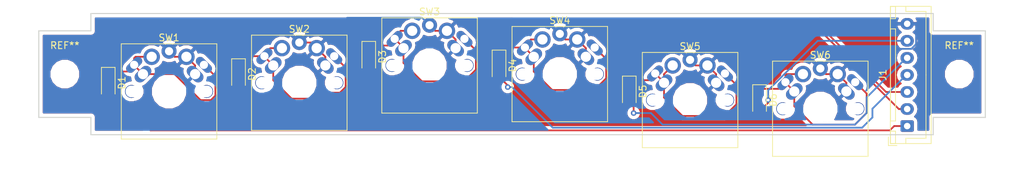
<source format=kicad_pcb>
(kicad_pcb (version 20171130) (host pcbnew 5.0.1)

  (general
    (thickness 1.6)
    (drawings 12)
    (tracks 190)
    (zones 0)
    (modules 15)
    (nets 14)
  )

  (page A4)
  (layers
    (0 F.Cu signal)
    (31 B.Cu signal)
    (32 B.Adhes user)
    (33 F.Adhes user)
    (34 B.Paste user)
    (35 F.Paste user)
    (36 B.SilkS user)
    (37 F.SilkS user)
    (38 B.Mask user)
    (39 F.Mask user)
    (40 Dwgs.User user)
    (41 Cmts.User user)
    (42 Eco1.User user)
    (43 Eco2.User user)
    (44 Edge.Cuts user)
    (45 Margin user)
    (46 B.CrtYd user)
    (47 F.CrtYd user)
    (48 B.Fab user)
    (49 F.Fab user)
  )

  (setup
    (last_trace_width 0.25)
    (trace_clearance 0.2)
    (zone_clearance 0.508)
    (zone_45_only no)
    (trace_min 0.2)
    (segment_width 0.2)
    (edge_width 0.15)
    (via_size 0.8)
    (via_drill 0.4)
    (via_min_size 0.4)
    (via_min_drill 0.3)
    (uvia_size 0.3)
    (uvia_drill 0.1)
    (uvias_allowed no)
    (uvia_min_size 0.2)
    (uvia_min_drill 0.1)
    (pcb_text_width 0.3)
    (pcb_text_size 1.5 1.5)
    (mod_edge_width 0.15)
    (mod_text_size 1 1)
    (mod_text_width 0.15)
    (pad_size 1.524 1.524)
    (pad_drill 0.762)
    (pad_to_mask_clearance 0.051)
    (solder_mask_min_width 0.25)
    (aux_axis_origin 0 0)
    (visible_elements FFFFFF7F)
    (pcbplotparams
      (layerselection 0x010fc_ffffffff)
      (usegerberextensions false)
      (usegerberattributes false)
      (usegerberadvancedattributes false)
      (creategerberjobfile false)
      (excludeedgelayer true)
      (linewidth 0.100000)
      (plotframeref false)
      (viasonmask false)
      (mode 1)
      (useauxorigin false)
      (hpglpennumber 1)
      (hpglpenspeed 20)
      (hpglpendiameter 15.000000)
      (psnegative false)
      (psa4output false)
      (plotreference true)
      (plotvalue true)
      (plotinvisibletext false)
      (padsonsilk false)
      (subtractmaskfromsilk false)
      (outputformat 1)
      (mirror false)
      (drillshape 1)
      (scaleselection 1)
      (outputdirectory ""))
  )

  (net 0 "")
  (net 1 "Net-(D1-Pad1)")
  (net 2 /READ0)
  (net 3 /READ1)
  (net 4 "Net-(D2-Pad1)")
  (net 5 "Net-(D3-Pad1)")
  (net 6 /READ2)
  (net 7 /READ3)
  (net 8 "Net-(D4-Pad1)")
  (net 9 "Net-(D5-Pad1)")
  (net 10 /READ4)
  (net 11 /READ5)
  (net 12 "Net-(D6-Pad1)")
  (net 13 /SELECT)

  (net_class Default "This is the default net class."
    (clearance 0.2)
    (trace_width 0.25)
    (via_dia 0.8)
    (via_drill 0.4)
    (uvia_dia 0.3)
    (uvia_drill 0.1)
    (add_net /READ0)
    (add_net /READ1)
    (add_net /READ2)
    (add_net /READ3)
    (add_net /READ4)
    (add_net /READ5)
    (add_net /SELECT)
    (add_net "Net-(D1-Pad1)")
    (add_net "Net-(D2-Pad1)")
    (add_net "Net-(D3-Pad1)")
    (add_net "Net-(D4-Pad1)")
    (add_net "Net-(D5-Pad1)")
    (add_net "Net-(D6-Pad1)")
  )

  (module folivora:SW_Cherry_MX1A_1.00u_PCB (layer F.Cu) (tedit 5C69620A) (tstamp 5C9ADF39)
    (at 116.84 72.39)
    (descr "Cherry MX keyswitch, MX1A, 1.00u, PCB mount, http://cherryamericas.com/wp-content/uploads/2014/12/mx_cat.pdf")
    (tags "cherry mx keyswitch MX1A 1.00u PCB")
    (path /5C8E9B2E)
    (fp_text reference SW1 (at 0 -7.874) (layer F.SilkS)
      (effects (font (size 1 1) (thickness 0.15)))
    )
    (fp_text value SW0 (at 0 7.874) (layer F.Fab)
      (effects (font (size 1 1) (thickness 0.15)))
    )
    (fp_line (start -6.985 6.985) (end -6.985 -6.985) (layer F.SilkS) (width 0.12))
    (fp_line (start 6.985 6.985) (end -6.985 6.985) (layer F.SilkS) (width 0.12))
    (fp_line (start 6.985 -6.985) (end 6.985 6.985) (layer F.SilkS) (width 0.12))
    (fp_line (start -6.985 -6.985) (end 6.985 -6.985) (layer F.SilkS) (width 0.12))
    (fp_line (start -9.525 9.525) (end -9.525 -9.525) (layer Dwgs.User) (width 0.15))
    (fp_line (start 9.525 9.525) (end -9.525 9.525) (layer Dwgs.User) (width 0.15))
    (fp_line (start 9.525 -9.525) (end 9.525 9.525) (layer Dwgs.User) (width 0.15))
    (fp_line (start -9.525 -9.525) (end 9.525 -9.525) (layer Dwgs.User) (width 0.15))
    (fp_line (start -6.6 -6.6) (end 6.6 -6.6) (layer F.CrtYd) (width 0.05))
    (fp_line (start 6.6 -6.6) (end 6.6 6.6) (layer F.CrtYd) (width 0.05))
    (fp_line (start 6.6 6.6) (end -6.6 6.6) (layer F.CrtYd) (width 0.05))
    (fp_line (start -6.6 6.6) (end -6.6 -6.6) (layer F.CrtYd) (width 0.05))
    (fp_line (start -6.35 6.35) (end -6.35 -6.35) (layer F.Fab) (width 0.15))
    (fp_line (start 6.35 6.35) (end -6.35 6.35) (layer F.Fab) (width 0.15))
    (fp_line (start 6.35 -6.35) (end 6.35 6.35) (layer F.Fab) (width 0.15))
    (fp_line (start -6.35 -6.35) (end 6.35 -6.35) (layer F.Fab) (width 0.15))
    (fp_text user %R (at 0 -7.874) (layer F.Fab)
      (effects (font (size 1 1) (thickness 0.15)))
    )
    (pad 1 thru_hole oval (at 5.1 -3.9 45) (size 1.25 2.8) (drill 1.2) (layers *.Cu *.Mask)
      (net 1 "Net-(D1-Pad1)"))
    (pad 1 thru_hole oval (at -5.1 -3.9 315) (size 1.25 2.8) (drill 1.2) (layers *.Cu *.Mask)
      (net 1 "Net-(D1-Pad1)"))
    (pad "" np_thru_hole circle (at 5.5 0) (size 1.9 1.9) (drill 1.7) (layers *.Cu *.Mask))
    (pad "" np_thru_hole circle (at -5.5 0) (size 1.9 1.9) (drill 1.7) (layers *.Cu *.Mask))
    (pad 2 thru_hole circle (at 0 -5.9) (size 2.2 2.2) (drill 1.2) (layers *.Cu *.Mask)
      (net 13 /SELECT))
    (pad 2 thru_hole oval (at 3.81 -2.54 45) (size 1.55 2.8) (drill 1.5) (layers *.Cu *.Mask)
      (net 13 /SELECT))
    (pad 1 thru_hole circle (at -2.54 -5.08) (size 2.4 2.4) (drill 1.5) (layers *.Cu *.Mask)
      (net 1 "Net-(D1-Pad1)"))
    (pad "" np_thru_hole circle (at 5.08 0) (size 1.7 1.7) (drill 1.7) (layers *.Cu *.Mask))
    (pad "" np_thru_hole circle (at -5.08 0) (size 1.7 1.7) (drill 1.7) (layers *.Cu *.Mask))
    (pad "" np_thru_hole circle (at 0 0) (size 4 4) (drill 4) (layers *.Cu *.Mask))
    (pad 1 thru_hole oval (at -3.81 -2.54 315) (size 1.55 2.8) (drill 1.5) (layers *.Cu *.Mask)
      (net 1 "Net-(D1-Pad1)"))
    (pad 2 thru_hole circle (at 2.540001 -5.08) (size 2.4 2.4) (drill 1.5) (layers *.Cu *.Mask)
      (net 13 /SELECT))
    (model ${KISYS3DMOD}/Button_Switch_Keyboard.3dshapes/SW_Cherry_MX1A_1.00u_PCB.wrl
      (at (xyz 0 0 0))
      (scale (xyz 1 1 1))
      (rotate (xyz 0 0 0))
    )
  )

  (module folivora:SW_Cherry_MX1A_1.00u_PCB (layer F.Cu) (tedit 5C69620A) (tstamp 5C9ADF9C)
    (at 173.99 69.85)
    (descr "Cherry MX keyswitch, MX1A, 1.00u, PCB mount, http://cherryamericas.com/wp-content/uploads/2014/12/mx_cat.pdf")
    (tags "cherry mx keyswitch MX1A 1.00u PCB")
    (path /5C8E9DD4)
    (fp_text reference SW4 (at 0 -7.874) (layer F.SilkS)
      (effects (font (size 1 1) (thickness 0.15)))
    )
    (fp_text value SW3 (at 0 7.874) (layer F.Fab)
      (effects (font (size 1 1) (thickness 0.15)))
    )
    (fp_text user %R (at 0 -7.874) (layer F.Fab)
      (effects (font (size 1 1) (thickness 0.15)))
    )
    (fp_line (start -6.35 -6.35) (end 6.35 -6.35) (layer F.Fab) (width 0.15))
    (fp_line (start 6.35 -6.35) (end 6.35 6.35) (layer F.Fab) (width 0.15))
    (fp_line (start 6.35 6.35) (end -6.35 6.35) (layer F.Fab) (width 0.15))
    (fp_line (start -6.35 6.35) (end -6.35 -6.35) (layer F.Fab) (width 0.15))
    (fp_line (start -6.6 6.6) (end -6.6 -6.6) (layer F.CrtYd) (width 0.05))
    (fp_line (start 6.6 6.6) (end -6.6 6.6) (layer F.CrtYd) (width 0.05))
    (fp_line (start 6.6 -6.6) (end 6.6 6.6) (layer F.CrtYd) (width 0.05))
    (fp_line (start -6.6 -6.6) (end 6.6 -6.6) (layer F.CrtYd) (width 0.05))
    (fp_line (start -9.525 -9.525) (end 9.525 -9.525) (layer Dwgs.User) (width 0.15))
    (fp_line (start 9.525 -9.525) (end 9.525 9.525) (layer Dwgs.User) (width 0.15))
    (fp_line (start 9.525 9.525) (end -9.525 9.525) (layer Dwgs.User) (width 0.15))
    (fp_line (start -9.525 9.525) (end -9.525 -9.525) (layer Dwgs.User) (width 0.15))
    (fp_line (start -6.985 -6.985) (end 6.985 -6.985) (layer F.SilkS) (width 0.12))
    (fp_line (start 6.985 -6.985) (end 6.985 6.985) (layer F.SilkS) (width 0.12))
    (fp_line (start 6.985 6.985) (end -6.985 6.985) (layer F.SilkS) (width 0.12))
    (fp_line (start -6.985 6.985) (end -6.985 -6.985) (layer F.SilkS) (width 0.12))
    (pad 2 thru_hole circle (at 2.540001 -5.08) (size 2.4 2.4) (drill 1.5) (layers *.Cu *.Mask)
      (net 13 /SELECT))
    (pad 1 thru_hole oval (at -3.81 -2.54 315) (size 1.55 2.8) (drill 1.5) (layers *.Cu *.Mask)
      (net 8 "Net-(D4-Pad1)"))
    (pad "" np_thru_hole circle (at 0 0) (size 4 4) (drill 4) (layers *.Cu *.Mask))
    (pad "" np_thru_hole circle (at -5.08 0) (size 1.7 1.7) (drill 1.7) (layers *.Cu *.Mask))
    (pad "" np_thru_hole circle (at 5.08 0) (size 1.7 1.7) (drill 1.7) (layers *.Cu *.Mask))
    (pad 1 thru_hole circle (at -2.54 -5.08) (size 2.4 2.4) (drill 1.5) (layers *.Cu *.Mask)
      (net 8 "Net-(D4-Pad1)"))
    (pad 2 thru_hole oval (at 3.81 -2.54 45) (size 1.55 2.8) (drill 1.5) (layers *.Cu *.Mask)
      (net 13 /SELECT))
    (pad 2 thru_hole circle (at 0 -5.9) (size 2.2 2.2) (drill 1.2) (layers *.Cu *.Mask)
      (net 13 /SELECT))
    (pad "" np_thru_hole circle (at -5.5 0) (size 1.9 1.9) (drill 1.7) (layers *.Cu *.Mask))
    (pad "" np_thru_hole circle (at 5.5 0) (size 1.9 1.9) (drill 1.7) (layers *.Cu *.Mask))
    (pad 1 thru_hole oval (at -5.1 -3.9 315) (size 1.25 2.8) (drill 1.2) (layers *.Cu *.Mask)
      (net 8 "Net-(D4-Pad1)"))
    (pad 1 thru_hole oval (at 5.1 -3.9 45) (size 1.25 2.8) (drill 1.2) (layers *.Cu *.Mask)
      (net 8 "Net-(D4-Pad1)"))
    (model ${KISYS3DMOD}/Button_Switch_Keyboard.3dshapes/SW_Cherry_MX1A_1.00u_PCB.wrl
      (at (xyz 0 0 0))
      (scale (xyz 1 1 1))
      (rotate (xyz 0 0 0))
    )
  )

  (module folivora:SW_Cherry_MX1A_1.00u_PCB (layer F.Cu) (tedit 5C69620A) (tstamp 5C9ADF7B)
    (at 154.94 68.58)
    (descr "Cherry MX keyswitch, MX1A, 1.00u, PCB mount, http://cherryamericas.com/wp-content/uploads/2014/12/mx_cat.pdf")
    (tags "cherry mx keyswitch MX1A 1.00u PCB")
    (path /5C8E9DC7)
    (fp_text reference SW3 (at 0 -7.874) (layer F.SilkS)
      (effects (font (size 1 1) (thickness 0.15)))
    )
    (fp_text value SW2 (at 0 7.874) (layer F.Fab)
      (effects (font (size 1 1) (thickness 0.15)))
    )
    (fp_line (start -6.985 6.985) (end -6.985 -6.985) (layer F.SilkS) (width 0.12))
    (fp_line (start 6.985 6.985) (end -6.985 6.985) (layer F.SilkS) (width 0.12))
    (fp_line (start 6.985 -6.985) (end 6.985 6.985) (layer F.SilkS) (width 0.12))
    (fp_line (start -6.985 -6.985) (end 6.985 -6.985) (layer F.SilkS) (width 0.12))
    (fp_line (start -9.525 9.525) (end -9.525 -9.525) (layer Dwgs.User) (width 0.15))
    (fp_line (start 9.525 9.525) (end -9.525 9.525) (layer Dwgs.User) (width 0.15))
    (fp_line (start 9.525 -9.525) (end 9.525 9.525) (layer Dwgs.User) (width 0.15))
    (fp_line (start -9.525 -9.525) (end 9.525 -9.525) (layer Dwgs.User) (width 0.15))
    (fp_line (start -6.6 -6.6) (end 6.6 -6.6) (layer F.CrtYd) (width 0.05))
    (fp_line (start 6.6 -6.6) (end 6.6 6.6) (layer F.CrtYd) (width 0.05))
    (fp_line (start 6.6 6.6) (end -6.6 6.6) (layer F.CrtYd) (width 0.05))
    (fp_line (start -6.6 6.6) (end -6.6 -6.6) (layer F.CrtYd) (width 0.05))
    (fp_line (start -6.35 6.35) (end -6.35 -6.35) (layer F.Fab) (width 0.15))
    (fp_line (start 6.35 6.35) (end -6.35 6.35) (layer F.Fab) (width 0.15))
    (fp_line (start 6.35 -6.35) (end 6.35 6.35) (layer F.Fab) (width 0.15))
    (fp_line (start -6.35 -6.35) (end 6.35 -6.35) (layer F.Fab) (width 0.15))
    (fp_text user %R (at 0 -7.874) (layer F.Fab)
      (effects (font (size 1 1) (thickness 0.15)))
    )
    (pad 1 thru_hole oval (at 5.1 -3.9 45) (size 1.25 2.8) (drill 1.2) (layers *.Cu *.Mask)
      (net 5 "Net-(D3-Pad1)"))
    (pad 1 thru_hole oval (at -5.1 -3.9 315) (size 1.25 2.8) (drill 1.2) (layers *.Cu *.Mask)
      (net 5 "Net-(D3-Pad1)"))
    (pad "" np_thru_hole circle (at 5.5 0) (size 1.9 1.9) (drill 1.7) (layers *.Cu *.Mask))
    (pad "" np_thru_hole circle (at -5.5 0) (size 1.9 1.9) (drill 1.7) (layers *.Cu *.Mask))
    (pad 2 thru_hole circle (at 0 -5.9) (size 2.2 2.2) (drill 1.2) (layers *.Cu *.Mask)
      (net 13 /SELECT))
    (pad 2 thru_hole oval (at 3.81 -2.54 45) (size 1.55 2.8) (drill 1.5) (layers *.Cu *.Mask)
      (net 13 /SELECT))
    (pad 1 thru_hole circle (at -2.54 -5.08) (size 2.4 2.4) (drill 1.5) (layers *.Cu *.Mask)
      (net 5 "Net-(D3-Pad1)"))
    (pad "" np_thru_hole circle (at 5.08 0) (size 1.7 1.7) (drill 1.7) (layers *.Cu *.Mask))
    (pad "" np_thru_hole circle (at -5.08 0) (size 1.7 1.7) (drill 1.7) (layers *.Cu *.Mask))
    (pad "" np_thru_hole circle (at 0 0) (size 4 4) (drill 4) (layers *.Cu *.Mask))
    (pad 1 thru_hole oval (at -3.81 -2.54 315) (size 1.55 2.8) (drill 1.5) (layers *.Cu *.Mask)
      (net 5 "Net-(D3-Pad1)"))
    (pad 2 thru_hole circle (at 2.540001 -5.08) (size 2.4 2.4) (drill 1.5) (layers *.Cu *.Mask)
      (net 13 /SELECT))
    (model ${KISYS3DMOD}/Button_Switch_Keyboard.3dshapes/SW_Cherry_MX1A_1.00u_PCB.wrl
      (at (xyz 0 0 0))
      (scale (xyz 1 1 1))
      (rotate (xyz 0 0 0))
    )
  )

  (module folivora:SW_Cherry_MX1A_1.00u_PCB (layer F.Cu) (tedit 5C69620A) (tstamp 5C9ADFDE)
    (at 212.09 74.93)
    (descr "Cherry MX keyswitch, MX1A, 1.00u, PCB mount, http://cherryamericas.com/wp-content/uploads/2014/12/mx_cat.pdf")
    (tags "cherry mx keyswitch MX1A 1.00u PCB")
    (path /5C8E9ECF)
    (fp_text reference SW6 (at 0 -7.874) (layer F.SilkS)
      (effects (font (size 1 1) (thickness 0.15)))
    )
    (fp_text value SW5 (at 0 7.874) (layer F.Fab)
      (effects (font (size 1 1) (thickness 0.15)))
    )
    (fp_text user %R (at 0 -7.874) (layer F.Fab)
      (effects (font (size 1 1) (thickness 0.15)))
    )
    (fp_line (start -6.35 -6.35) (end 6.35 -6.35) (layer F.Fab) (width 0.15))
    (fp_line (start 6.35 -6.35) (end 6.35 6.35) (layer F.Fab) (width 0.15))
    (fp_line (start 6.35 6.35) (end -6.35 6.35) (layer F.Fab) (width 0.15))
    (fp_line (start -6.35 6.35) (end -6.35 -6.35) (layer F.Fab) (width 0.15))
    (fp_line (start -6.6 6.6) (end -6.6 -6.6) (layer F.CrtYd) (width 0.05))
    (fp_line (start 6.6 6.6) (end -6.6 6.6) (layer F.CrtYd) (width 0.05))
    (fp_line (start 6.6 -6.6) (end 6.6 6.6) (layer F.CrtYd) (width 0.05))
    (fp_line (start -6.6 -6.6) (end 6.6 -6.6) (layer F.CrtYd) (width 0.05))
    (fp_line (start -9.525 -9.525) (end 9.525 -9.525) (layer Dwgs.User) (width 0.15))
    (fp_line (start 9.525 -9.525) (end 9.525 9.525) (layer Dwgs.User) (width 0.15))
    (fp_line (start 9.525 9.525) (end -9.525 9.525) (layer Dwgs.User) (width 0.15))
    (fp_line (start -9.525 9.525) (end -9.525 -9.525) (layer Dwgs.User) (width 0.15))
    (fp_line (start -6.985 -6.985) (end 6.985 -6.985) (layer F.SilkS) (width 0.12))
    (fp_line (start 6.985 -6.985) (end 6.985 6.985) (layer F.SilkS) (width 0.12))
    (fp_line (start 6.985 6.985) (end -6.985 6.985) (layer F.SilkS) (width 0.12))
    (fp_line (start -6.985 6.985) (end -6.985 -6.985) (layer F.SilkS) (width 0.12))
    (pad 2 thru_hole circle (at 2.540001 -5.08) (size 2.4 2.4) (drill 1.5) (layers *.Cu *.Mask)
      (net 13 /SELECT))
    (pad 1 thru_hole oval (at -3.81 -2.54 315) (size 1.55 2.8) (drill 1.5) (layers *.Cu *.Mask)
      (net 12 "Net-(D6-Pad1)"))
    (pad "" np_thru_hole circle (at 0 0) (size 4 4) (drill 4) (layers *.Cu *.Mask))
    (pad "" np_thru_hole circle (at -5.08 0) (size 1.7 1.7) (drill 1.7) (layers *.Cu *.Mask))
    (pad "" np_thru_hole circle (at 5.08 0) (size 1.7 1.7) (drill 1.7) (layers *.Cu *.Mask))
    (pad 1 thru_hole circle (at -2.54 -5.08) (size 2.4 2.4) (drill 1.5) (layers *.Cu *.Mask)
      (net 12 "Net-(D6-Pad1)"))
    (pad 2 thru_hole oval (at 3.81 -2.54 45) (size 1.55 2.8) (drill 1.5) (layers *.Cu *.Mask)
      (net 13 /SELECT))
    (pad 2 thru_hole circle (at 0 -5.9) (size 2.2 2.2) (drill 1.2) (layers *.Cu *.Mask)
      (net 13 /SELECT))
    (pad "" np_thru_hole circle (at -5.5 0) (size 1.9 1.9) (drill 1.7) (layers *.Cu *.Mask))
    (pad "" np_thru_hole circle (at 5.5 0) (size 1.9 1.9) (drill 1.7) (layers *.Cu *.Mask))
    (pad 1 thru_hole oval (at -5.1 -3.9 315) (size 1.25 2.8) (drill 1.2) (layers *.Cu *.Mask)
      (net 12 "Net-(D6-Pad1)"))
    (pad 1 thru_hole oval (at 5.1 -3.9 45) (size 1.25 2.8) (drill 1.2) (layers *.Cu *.Mask)
      (net 12 "Net-(D6-Pad1)"))
    (model ${KISYS3DMOD}/Button_Switch_Keyboard.3dshapes/SW_Cherry_MX1A_1.00u_PCB.wrl
      (at (xyz 0 0 0))
      (scale (xyz 1 1 1))
      (rotate (xyz 0 0 0))
    )
  )

  (module Diode_SMD:D_SOD-123 (layer F.Cu) (tedit 58645DC7) (tstamp 5C9ADE6D)
    (at 107.95 71.12 270)
    (descr SOD-123)
    (tags SOD-123)
    (path /5C8E9B82)
    (attr smd)
    (fp_text reference D1 (at 0 -2 270) (layer F.SilkS)
      (effects (font (size 1 1) (thickness 0.15)))
    )
    (fp_text value D0 (at 0 2.1 270) (layer F.Fab)
      (effects (font (size 1 1) (thickness 0.15)))
    )
    (fp_text user %R (at 0 -2 270) (layer F.Fab)
      (effects (font (size 1 1) (thickness 0.15)))
    )
    (fp_line (start -2.25 -1) (end -2.25 1) (layer F.SilkS) (width 0.12))
    (fp_line (start 0.25 0) (end 0.75 0) (layer F.Fab) (width 0.1))
    (fp_line (start 0.25 0.4) (end -0.35 0) (layer F.Fab) (width 0.1))
    (fp_line (start 0.25 -0.4) (end 0.25 0.4) (layer F.Fab) (width 0.1))
    (fp_line (start -0.35 0) (end 0.25 -0.4) (layer F.Fab) (width 0.1))
    (fp_line (start -0.35 0) (end -0.35 0.55) (layer F.Fab) (width 0.1))
    (fp_line (start -0.35 0) (end -0.35 -0.55) (layer F.Fab) (width 0.1))
    (fp_line (start -0.75 0) (end -0.35 0) (layer F.Fab) (width 0.1))
    (fp_line (start -1.4 0.9) (end -1.4 -0.9) (layer F.Fab) (width 0.1))
    (fp_line (start 1.4 0.9) (end -1.4 0.9) (layer F.Fab) (width 0.1))
    (fp_line (start 1.4 -0.9) (end 1.4 0.9) (layer F.Fab) (width 0.1))
    (fp_line (start -1.4 -0.9) (end 1.4 -0.9) (layer F.Fab) (width 0.1))
    (fp_line (start -2.35 -1.15) (end 2.35 -1.15) (layer F.CrtYd) (width 0.05))
    (fp_line (start 2.35 -1.15) (end 2.35 1.15) (layer F.CrtYd) (width 0.05))
    (fp_line (start 2.35 1.15) (end -2.35 1.15) (layer F.CrtYd) (width 0.05))
    (fp_line (start -2.35 -1.15) (end -2.35 1.15) (layer F.CrtYd) (width 0.05))
    (fp_line (start -2.25 1) (end 1.65 1) (layer F.SilkS) (width 0.12))
    (fp_line (start -2.25 -1) (end 1.65 -1) (layer F.SilkS) (width 0.12))
    (pad 1 smd rect (at -1.65 0 270) (size 0.9 1.2) (layers F.Cu F.Paste F.Mask)
      (net 1 "Net-(D1-Pad1)"))
    (pad 2 smd rect (at 1.65 0 270) (size 0.9 1.2) (layers F.Cu F.Paste F.Mask)
      (net 2 /READ0))
    (model ${KISYS3DMOD}/Diode_SMD.3dshapes/D_SOD-123.wrl
      (at (xyz 0 0 0))
      (scale (xyz 1 1 1))
      (rotate (xyz 0 0 0))
    )
  )

  (module Diode_SMD:D_SOD-123 (layer F.Cu) (tedit 58645DC7) (tstamp 5C9ADE86)
    (at 127 69.85 270)
    (descr SOD-123)
    (tags SOD-123)
    (path /5C8E9CAD)
    (attr smd)
    (fp_text reference D2 (at 0 -2 270) (layer F.SilkS)
      (effects (font (size 1 1) (thickness 0.15)))
    )
    (fp_text value D1 (at 0 2.1 270) (layer F.Fab)
      (effects (font (size 1 1) (thickness 0.15)))
    )
    (fp_line (start -2.25 -1) (end 1.65 -1) (layer F.SilkS) (width 0.12))
    (fp_line (start -2.25 1) (end 1.65 1) (layer F.SilkS) (width 0.12))
    (fp_line (start -2.35 -1.15) (end -2.35 1.15) (layer F.CrtYd) (width 0.05))
    (fp_line (start 2.35 1.15) (end -2.35 1.15) (layer F.CrtYd) (width 0.05))
    (fp_line (start 2.35 -1.15) (end 2.35 1.15) (layer F.CrtYd) (width 0.05))
    (fp_line (start -2.35 -1.15) (end 2.35 -1.15) (layer F.CrtYd) (width 0.05))
    (fp_line (start -1.4 -0.9) (end 1.4 -0.9) (layer F.Fab) (width 0.1))
    (fp_line (start 1.4 -0.9) (end 1.4 0.9) (layer F.Fab) (width 0.1))
    (fp_line (start 1.4 0.9) (end -1.4 0.9) (layer F.Fab) (width 0.1))
    (fp_line (start -1.4 0.9) (end -1.4 -0.9) (layer F.Fab) (width 0.1))
    (fp_line (start -0.75 0) (end -0.35 0) (layer F.Fab) (width 0.1))
    (fp_line (start -0.35 0) (end -0.35 -0.55) (layer F.Fab) (width 0.1))
    (fp_line (start -0.35 0) (end -0.35 0.55) (layer F.Fab) (width 0.1))
    (fp_line (start -0.35 0) (end 0.25 -0.4) (layer F.Fab) (width 0.1))
    (fp_line (start 0.25 -0.4) (end 0.25 0.4) (layer F.Fab) (width 0.1))
    (fp_line (start 0.25 0.4) (end -0.35 0) (layer F.Fab) (width 0.1))
    (fp_line (start 0.25 0) (end 0.75 0) (layer F.Fab) (width 0.1))
    (fp_line (start -2.25 -1) (end -2.25 1) (layer F.SilkS) (width 0.12))
    (fp_text user %R (at 0 -2 270) (layer F.Fab)
      (effects (font (size 1 1) (thickness 0.15)))
    )
    (pad 2 smd rect (at 1.65 0 270) (size 0.9 1.2) (layers F.Cu F.Paste F.Mask)
      (net 3 /READ1))
    (pad 1 smd rect (at -1.65 0 270) (size 0.9 1.2) (layers F.Cu F.Paste F.Mask)
      (net 4 "Net-(D2-Pad1)"))
    (model ${KISYS3DMOD}/Diode_SMD.3dshapes/D_SOD-123.wrl
      (at (xyz 0 0 0))
      (scale (xyz 1 1 1))
      (rotate (xyz 0 0 0))
    )
  )

  (module Diode_SMD:D_SOD-123 (layer F.Cu) (tedit 58645DC7) (tstamp 5C9ADE9F)
    (at 146.05 67.31 270)
    (descr SOD-123)
    (tags SOD-123)
    (path /5C8E9DCD)
    (attr smd)
    (fp_text reference D3 (at 0 -2 270) (layer F.SilkS)
      (effects (font (size 1 1) (thickness 0.15)))
    )
    (fp_text value D2 (at 0 2.1 270) (layer F.Fab)
      (effects (font (size 1 1) (thickness 0.15)))
    )
    (fp_text user %R (at 0 -2 270) (layer F.Fab)
      (effects (font (size 1 1) (thickness 0.15)))
    )
    (fp_line (start -2.25 -1) (end -2.25 1) (layer F.SilkS) (width 0.12))
    (fp_line (start 0.25 0) (end 0.75 0) (layer F.Fab) (width 0.1))
    (fp_line (start 0.25 0.4) (end -0.35 0) (layer F.Fab) (width 0.1))
    (fp_line (start 0.25 -0.4) (end 0.25 0.4) (layer F.Fab) (width 0.1))
    (fp_line (start -0.35 0) (end 0.25 -0.4) (layer F.Fab) (width 0.1))
    (fp_line (start -0.35 0) (end -0.35 0.55) (layer F.Fab) (width 0.1))
    (fp_line (start -0.35 0) (end -0.35 -0.55) (layer F.Fab) (width 0.1))
    (fp_line (start -0.75 0) (end -0.35 0) (layer F.Fab) (width 0.1))
    (fp_line (start -1.4 0.9) (end -1.4 -0.9) (layer F.Fab) (width 0.1))
    (fp_line (start 1.4 0.9) (end -1.4 0.9) (layer F.Fab) (width 0.1))
    (fp_line (start 1.4 -0.9) (end 1.4 0.9) (layer F.Fab) (width 0.1))
    (fp_line (start -1.4 -0.9) (end 1.4 -0.9) (layer F.Fab) (width 0.1))
    (fp_line (start -2.35 -1.15) (end 2.35 -1.15) (layer F.CrtYd) (width 0.05))
    (fp_line (start 2.35 -1.15) (end 2.35 1.15) (layer F.CrtYd) (width 0.05))
    (fp_line (start 2.35 1.15) (end -2.35 1.15) (layer F.CrtYd) (width 0.05))
    (fp_line (start -2.35 -1.15) (end -2.35 1.15) (layer F.CrtYd) (width 0.05))
    (fp_line (start -2.25 1) (end 1.65 1) (layer F.SilkS) (width 0.12))
    (fp_line (start -2.25 -1) (end 1.65 -1) (layer F.SilkS) (width 0.12))
    (pad 1 smd rect (at -1.65 0 270) (size 0.9 1.2) (layers F.Cu F.Paste F.Mask)
      (net 5 "Net-(D3-Pad1)"))
    (pad 2 smd rect (at 1.65 0 270) (size 0.9 1.2) (layers F.Cu F.Paste F.Mask)
      (net 6 /READ2))
    (model ${KISYS3DMOD}/Diode_SMD.3dshapes/D_SOD-123.wrl
      (at (xyz 0 0 0))
      (scale (xyz 1 1 1))
      (rotate (xyz 0 0 0))
    )
  )

  (module Diode_SMD:D_SOD-123 (layer F.Cu) (tedit 58645DC7) (tstamp 5C9ADEB8)
    (at 165.1 68.58 270)
    (descr SOD-123)
    (tags SOD-123)
    (path /5C8E9DDA)
    (attr smd)
    (fp_text reference D4 (at 0 -2 270) (layer F.SilkS)
      (effects (font (size 1 1) (thickness 0.15)))
    )
    (fp_text value D3 (at 0 2.1 270) (layer F.Fab)
      (effects (font (size 1 1) (thickness 0.15)))
    )
    (fp_line (start -2.25 -1) (end 1.65 -1) (layer F.SilkS) (width 0.12))
    (fp_line (start -2.25 1) (end 1.65 1) (layer F.SilkS) (width 0.12))
    (fp_line (start -2.35 -1.15) (end -2.35 1.15) (layer F.CrtYd) (width 0.05))
    (fp_line (start 2.35 1.15) (end -2.35 1.15) (layer F.CrtYd) (width 0.05))
    (fp_line (start 2.35 -1.15) (end 2.35 1.15) (layer F.CrtYd) (width 0.05))
    (fp_line (start -2.35 -1.15) (end 2.35 -1.15) (layer F.CrtYd) (width 0.05))
    (fp_line (start -1.4 -0.9) (end 1.4 -0.9) (layer F.Fab) (width 0.1))
    (fp_line (start 1.4 -0.9) (end 1.4 0.9) (layer F.Fab) (width 0.1))
    (fp_line (start 1.4 0.9) (end -1.4 0.9) (layer F.Fab) (width 0.1))
    (fp_line (start -1.4 0.9) (end -1.4 -0.9) (layer F.Fab) (width 0.1))
    (fp_line (start -0.75 0) (end -0.35 0) (layer F.Fab) (width 0.1))
    (fp_line (start -0.35 0) (end -0.35 -0.55) (layer F.Fab) (width 0.1))
    (fp_line (start -0.35 0) (end -0.35 0.55) (layer F.Fab) (width 0.1))
    (fp_line (start -0.35 0) (end 0.25 -0.4) (layer F.Fab) (width 0.1))
    (fp_line (start 0.25 -0.4) (end 0.25 0.4) (layer F.Fab) (width 0.1))
    (fp_line (start 0.25 0.4) (end -0.35 0) (layer F.Fab) (width 0.1))
    (fp_line (start 0.25 0) (end 0.75 0) (layer F.Fab) (width 0.1))
    (fp_line (start -2.25 -1) (end -2.25 1) (layer F.SilkS) (width 0.12))
    (fp_text user %R (at 0 -2 270) (layer F.Fab)
      (effects (font (size 1 1) (thickness 0.15)))
    )
    (pad 2 smd rect (at 1.65 0 270) (size 0.9 1.2) (layers F.Cu F.Paste F.Mask)
      (net 7 /READ3))
    (pad 1 smd rect (at -1.65 0 270) (size 0.9 1.2) (layers F.Cu F.Paste F.Mask)
      (net 8 "Net-(D4-Pad1)"))
    (model ${KISYS3DMOD}/Diode_SMD.3dshapes/D_SOD-123.wrl
      (at (xyz 0 0 0))
      (scale (xyz 1 1 1))
      (rotate (xyz 0 0 0))
    )
  )

  (module Diode_SMD:D_SOD-123 (layer F.Cu) (tedit 58645DC7) (tstamp 5C9ADED1)
    (at 184.15 72.39 270)
    (descr SOD-123)
    (tags SOD-123)
    (path /5C8E9EC9)
    (attr smd)
    (fp_text reference D5 (at 0 -2 270) (layer F.SilkS)
      (effects (font (size 1 1) (thickness 0.15)))
    )
    (fp_text value D4 (at 0 2.1 270) (layer F.Fab)
      (effects (font (size 1 1) (thickness 0.15)))
    )
    (fp_text user %R (at 0 -2 270) (layer F.Fab)
      (effects (font (size 1 1) (thickness 0.15)))
    )
    (fp_line (start -2.25 -1) (end -2.25 1) (layer F.SilkS) (width 0.12))
    (fp_line (start 0.25 0) (end 0.75 0) (layer F.Fab) (width 0.1))
    (fp_line (start 0.25 0.4) (end -0.35 0) (layer F.Fab) (width 0.1))
    (fp_line (start 0.25 -0.4) (end 0.25 0.4) (layer F.Fab) (width 0.1))
    (fp_line (start -0.35 0) (end 0.25 -0.4) (layer F.Fab) (width 0.1))
    (fp_line (start -0.35 0) (end -0.35 0.55) (layer F.Fab) (width 0.1))
    (fp_line (start -0.35 0) (end -0.35 -0.55) (layer F.Fab) (width 0.1))
    (fp_line (start -0.75 0) (end -0.35 0) (layer F.Fab) (width 0.1))
    (fp_line (start -1.4 0.9) (end -1.4 -0.9) (layer F.Fab) (width 0.1))
    (fp_line (start 1.4 0.9) (end -1.4 0.9) (layer F.Fab) (width 0.1))
    (fp_line (start 1.4 -0.9) (end 1.4 0.9) (layer F.Fab) (width 0.1))
    (fp_line (start -1.4 -0.9) (end 1.4 -0.9) (layer F.Fab) (width 0.1))
    (fp_line (start -2.35 -1.15) (end 2.35 -1.15) (layer F.CrtYd) (width 0.05))
    (fp_line (start 2.35 -1.15) (end 2.35 1.15) (layer F.CrtYd) (width 0.05))
    (fp_line (start 2.35 1.15) (end -2.35 1.15) (layer F.CrtYd) (width 0.05))
    (fp_line (start -2.35 -1.15) (end -2.35 1.15) (layer F.CrtYd) (width 0.05))
    (fp_line (start -2.25 1) (end 1.65 1) (layer F.SilkS) (width 0.12))
    (fp_line (start -2.25 -1) (end 1.65 -1) (layer F.SilkS) (width 0.12))
    (pad 1 smd rect (at -1.65 0 270) (size 0.9 1.2) (layers F.Cu F.Paste F.Mask)
      (net 9 "Net-(D5-Pad1)"))
    (pad 2 smd rect (at 1.65 0 270) (size 0.9 1.2) (layers F.Cu F.Paste F.Mask)
      (net 10 /READ4))
    (model ${KISYS3DMOD}/Diode_SMD.3dshapes/D_SOD-123.wrl
      (at (xyz 0 0 0))
      (scale (xyz 1 1 1))
      (rotate (xyz 0 0 0))
    )
  )

  (module Diode_SMD:D_SOD-123 (layer F.Cu) (tedit 58645DC7) (tstamp 5C9ADEEA)
    (at 203.2 73.66 270)
    (descr SOD-123)
    (tags SOD-123)
    (path /5C8E9ED5)
    (attr smd)
    (fp_text reference D6 (at 0 -2 270) (layer F.SilkS)
      (effects (font (size 1 1) (thickness 0.15)))
    )
    (fp_text value D5 (at 0 2.1 270) (layer F.Fab)
      (effects (font (size 1 1) (thickness 0.15)))
    )
    (fp_line (start -2.25 -1) (end 1.65 -1) (layer F.SilkS) (width 0.12))
    (fp_line (start -2.25 1) (end 1.65 1) (layer F.SilkS) (width 0.12))
    (fp_line (start -2.35 -1.15) (end -2.35 1.15) (layer F.CrtYd) (width 0.05))
    (fp_line (start 2.35 1.15) (end -2.35 1.15) (layer F.CrtYd) (width 0.05))
    (fp_line (start 2.35 -1.15) (end 2.35 1.15) (layer F.CrtYd) (width 0.05))
    (fp_line (start -2.35 -1.15) (end 2.35 -1.15) (layer F.CrtYd) (width 0.05))
    (fp_line (start -1.4 -0.9) (end 1.4 -0.9) (layer F.Fab) (width 0.1))
    (fp_line (start 1.4 -0.9) (end 1.4 0.9) (layer F.Fab) (width 0.1))
    (fp_line (start 1.4 0.9) (end -1.4 0.9) (layer F.Fab) (width 0.1))
    (fp_line (start -1.4 0.9) (end -1.4 -0.9) (layer F.Fab) (width 0.1))
    (fp_line (start -0.75 0) (end -0.35 0) (layer F.Fab) (width 0.1))
    (fp_line (start -0.35 0) (end -0.35 -0.55) (layer F.Fab) (width 0.1))
    (fp_line (start -0.35 0) (end -0.35 0.55) (layer F.Fab) (width 0.1))
    (fp_line (start -0.35 0) (end 0.25 -0.4) (layer F.Fab) (width 0.1))
    (fp_line (start 0.25 -0.4) (end 0.25 0.4) (layer F.Fab) (width 0.1))
    (fp_line (start 0.25 0.4) (end -0.35 0) (layer F.Fab) (width 0.1))
    (fp_line (start 0.25 0) (end 0.75 0) (layer F.Fab) (width 0.1))
    (fp_line (start -2.25 -1) (end -2.25 1) (layer F.SilkS) (width 0.12))
    (fp_text user %R (at 0 -2 270) (layer F.Fab)
      (effects (font (size 1 1) (thickness 0.15)))
    )
    (pad 2 smd rect (at 1.65 0 270) (size 0.9 1.2) (layers F.Cu F.Paste F.Mask)
      (net 11 /READ5))
    (pad 1 smd rect (at -1.65 0 270) (size 0.9 1.2) (layers F.Cu F.Paste F.Mask)
      (net 12 "Net-(D6-Pad1)"))
    (model ${KISYS3DMOD}/Diode_SMD.3dshapes/D_SOD-123.wrl
      (at (xyz 0 0 0))
      (scale (xyz 1 1 1))
      (rotate (xyz 0 0 0))
    )
  )

  (module Connector_JST:JST_XH_B07B-XH-A_1x07_P2.50mm_Vertical (layer F.Cu) (tedit 5B7754C5) (tstamp 5C9ADF18)
    (at 224.79 77.47 90)
    (descr "JST XH series connector, B07B-XH-A (http://www.jst-mfg.com/product/pdf/eng/eXH.pdf), generated with kicad-footprint-generator")
    (tags "connector JST XH side entry")
    (path /5C8EAB08)
    (fp_text reference J1 (at 7.5 -3.55 90) (layer F.SilkS)
      (effects (font (size 1 1) (thickness 0.15)))
    )
    (fp_text value INTERFACE (at 7.5 4.6 90) (layer F.Fab)
      (effects (font (size 1 1) (thickness 0.15)))
    )
    (fp_line (start -2.45 -2.35) (end -2.45 3.4) (layer F.Fab) (width 0.1))
    (fp_line (start -2.45 3.4) (end 17.45 3.4) (layer F.Fab) (width 0.1))
    (fp_line (start 17.45 3.4) (end 17.45 -2.35) (layer F.Fab) (width 0.1))
    (fp_line (start 17.45 -2.35) (end -2.45 -2.35) (layer F.Fab) (width 0.1))
    (fp_line (start -2.56 -2.46) (end -2.56 3.51) (layer F.SilkS) (width 0.12))
    (fp_line (start -2.56 3.51) (end 17.56 3.51) (layer F.SilkS) (width 0.12))
    (fp_line (start 17.56 3.51) (end 17.56 -2.46) (layer F.SilkS) (width 0.12))
    (fp_line (start 17.56 -2.46) (end -2.56 -2.46) (layer F.SilkS) (width 0.12))
    (fp_line (start -2.95 -2.85) (end -2.95 3.9) (layer F.CrtYd) (width 0.05))
    (fp_line (start -2.95 3.9) (end 17.95 3.9) (layer F.CrtYd) (width 0.05))
    (fp_line (start 17.95 3.9) (end 17.95 -2.85) (layer F.CrtYd) (width 0.05))
    (fp_line (start 17.95 -2.85) (end -2.95 -2.85) (layer F.CrtYd) (width 0.05))
    (fp_line (start -0.625 -2.35) (end 0 -1.35) (layer F.Fab) (width 0.1))
    (fp_line (start 0 -1.35) (end 0.625 -2.35) (layer F.Fab) (width 0.1))
    (fp_line (start 0.75 -2.45) (end 0.75 -1.7) (layer F.SilkS) (width 0.12))
    (fp_line (start 0.75 -1.7) (end 14.25 -1.7) (layer F.SilkS) (width 0.12))
    (fp_line (start 14.25 -1.7) (end 14.25 -2.45) (layer F.SilkS) (width 0.12))
    (fp_line (start 14.25 -2.45) (end 0.75 -2.45) (layer F.SilkS) (width 0.12))
    (fp_line (start -2.55 -2.45) (end -2.55 -1.7) (layer F.SilkS) (width 0.12))
    (fp_line (start -2.55 -1.7) (end -0.75 -1.7) (layer F.SilkS) (width 0.12))
    (fp_line (start -0.75 -1.7) (end -0.75 -2.45) (layer F.SilkS) (width 0.12))
    (fp_line (start -0.75 -2.45) (end -2.55 -2.45) (layer F.SilkS) (width 0.12))
    (fp_line (start 15.75 -2.45) (end 15.75 -1.7) (layer F.SilkS) (width 0.12))
    (fp_line (start 15.75 -1.7) (end 17.55 -1.7) (layer F.SilkS) (width 0.12))
    (fp_line (start 17.55 -1.7) (end 17.55 -2.45) (layer F.SilkS) (width 0.12))
    (fp_line (start 17.55 -2.45) (end 15.75 -2.45) (layer F.SilkS) (width 0.12))
    (fp_line (start -2.55 -0.2) (end -1.8 -0.2) (layer F.SilkS) (width 0.12))
    (fp_line (start -1.8 -0.2) (end -1.8 2.75) (layer F.SilkS) (width 0.12))
    (fp_line (start -1.8 2.75) (end 7.5 2.75) (layer F.SilkS) (width 0.12))
    (fp_line (start 17.55 -0.2) (end 16.8 -0.2) (layer F.SilkS) (width 0.12))
    (fp_line (start 16.8 -0.2) (end 16.8 2.75) (layer F.SilkS) (width 0.12))
    (fp_line (start 16.8 2.75) (end 7.5 2.75) (layer F.SilkS) (width 0.12))
    (fp_line (start -1.6 -2.75) (end -2.85 -2.75) (layer F.SilkS) (width 0.12))
    (fp_line (start -2.85 -2.75) (end -2.85 -1.5) (layer F.SilkS) (width 0.12))
    (fp_text user %R (at 7.5 2.7 90) (layer F.Fab)
      (effects (font (size 1 1) (thickness 0.15)))
    )
    (pad 1 thru_hole roundrect (at 0 0 90) (size 1.7 1.95) (drill 0.95) (layers *.Cu *.Mask) (roundrect_rratio 0.147059)
      (net 2 /READ0))
    (pad 2 thru_hole oval (at 2.5 0 90) (size 1.7 1.95) (drill 0.95) (layers *.Cu *.Mask)
      (net 3 /READ1))
    (pad 3 thru_hole oval (at 5 0 90) (size 1.7 1.95) (drill 0.95) (layers *.Cu *.Mask)
      (net 6 /READ2))
    (pad 4 thru_hole oval (at 7.5 0 90) (size 1.7 1.95) (drill 0.95) (layers *.Cu *.Mask)
      (net 7 /READ3))
    (pad 5 thru_hole oval (at 10 0 90) (size 1.7 1.95) (drill 0.95) (layers *.Cu *.Mask)
      (net 10 /READ4))
    (pad 6 thru_hole oval (at 12.5 0 90) (size 1.7 1.95) (drill 0.95) (layers *.Cu *.Mask)
      (net 11 /READ5))
    (pad 7 thru_hole oval (at 15 0 90) (size 1.7 1.95) (drill 0.95) (layers *.Cu *.Mask)
      (net 13 /SELECT))
    (model ${KISYS3DMOD}/Connector_JST.3dshapes/JST_XH_B07B-XH-A_1x07_P2.50mm_Vertical.wrl
      (at (xyz 0 0 0))
      (scale (xyz 1 1 1))
      (rotate (xyz 0 0 0))
    )
  )

  (module folivora:SW_Cherry_MX1A_1.00u_PCB (layer F.Cu) (tedit 5C69620A) (tstamp 5C9ADF5A)
    (at 135.889999 71.12)
    (descr "Cherry MX keyswitch, MX1A, 1.00u, PCB mount, http://cherryamericas.com/wp-content/uploads/2014/12/mx_cat.pdf")
    (tags "cherry mx keyswitch MX1A 1.00u PCB")
    (path /5C8E9CA7)
    (fp_text reference SW2 (at 0 -7.874) (layer F.SilkS)
      (effects (font (size 1 1) (thickness 0.15)))
    )
    (fp_text value SW1 (at 0 7.874) (layer F.Fab)
      (effects (font (size 1 1) (thickness 0.15)))
    )
    (fp_text user %R (at 0 -7.874) (layer F.Fab)
      (effects (font (size 1 1) (thickness 0.15)))
    )
    (fp_line (start -6.35 -6.35) (end 6.35 -6.35) (layer F.Fab) (width 0.15))
    (fp_line (start 6.35 -6.35) (end 6.35 6.35) (layer F.Fab) (width 0.15))
    (fp_line (start 6.35 6.35) (end -6.35 6.35) (layer F.Fab) (width 0.15))
    (fp_line (start -6.35 6.35) (end -6.35 -6.35) (layer F.Fab) (width 0.15))
    (fp_line (start -6.6 6.6) (end -6.6 -6.6) (layer F.CrtYd) (width 0.05))
    (fp_line (start 6.6 6.6) (end -6.6 6.6) (layer F.CrtYd) (width 0.05))
    (fp_line (start 6.6 -6.6) (end 6.6 6.6) (layer F.CrtYd) (width 0.05))
    (fp_line (start -6.6 -6.6) (end 6.6 -6.6) (layer F.CrtYd) (width 0.05))
    (fp_line (start -9.525 -9.525) (end 9.525 -9.525) (layer Dwgs.User) (width 0.15))
    (fp_line (start 9.525 -9.525) (end 9.525 9.525) (layer Dwgs.User) (width 0.15))
    (fp_line (start 9.525 9.525) (end -9.525 9.525) (layer Dwgs.User) (width 0.15))
    (fp_line (start -9.525 9.525) (end -9.525 -9.525) (layer Dwgs.User) (width 0.15))
    (fp_line (start -6.985 -6.985) (end 6.985 -6.985) (layer F.SilkS) (width 0.12))
    (fp_line (start 6.985 -6.985) (end 6.985 6.985) (layer F.SilkS) (width 0.12))
    (fp_line (start 6.985 6.985) (end -6.985 6.985) (layer F.SilkS) (width 0.12))
    (fp_line (start -6.985 6.985) (end -6.985 -6.985) (layer F.SilkS) (width 0.12))
    (pad 2 thru_hole circle (at 2.540001 -5.08) (size 2.4 2.4) (drill 1.5) (layers *.Cu *.Mask)
      (net 13 /SELECT))
    (pad 1 thru_hole oval (at -3.81 -2.54 315) (size 1.55 2.8) (drill 1.5) (layers *.Cu *.Mask)
      (net 4 "Net-(D2-Pad1)"))
    (pad "" np_thru_hole circle (at 0 0) (size 4 4) (drill 4) (layers *.Cu *.Mask))
    (pad "" np_thru_hole circle (at -5.08 0) (size 1.7 1.7) (drill 1.7) (layers *.Cu *.Mask))
    (pad "" np_thru_hole circle (at 5.08 0) (size 1.7 1.7) (drill 1.7) (layers *.Cu *.Mask))
    (pad 1 thru_hole circle (at -2.54 -5.08) (size 2.4 2.4) (drill 1.5) (layers *.Cu *.Mask)
      (net 4 "Net-(D2-Pad1)"))
    (pad 2 thru_hole oval (at 3.81 -2.54 45) (size 1.55 2.8) (drill 1.5) (layers *.Cu *.Mask)
      (net 13 /SELECT))
    (pad 2 thru_hole circle (at 0 -5.9) (size 2.2 2.2) (drill 1.2) (layers *.Cu *.Mask)
      (net 13 /SELECT))
    (pad "" np_thru_hole circle (at -5.5 0) (size 1.9 1.9) (drill 1.7) (layers *.Cu *.Mask))
    (pad "" np_thru_hole circle (at 5.5 0) (size 1.9 1.9) (drill 1.7) (layers *.Cu *.Mask))
    (pad 1 thru_hole oval (at -5.1 -3.9 315) (size 1.25 2.8) (drill 1.2) (layers *.Cu *.Mask)
      (net 4 "Net-(D2-Pad1)"))
    (pad 1 thru_hole oval (at 5.1 -3.9 45) (size 1.25 2.8) (drill 1.2) (layers *.Cu *.Mask)
      (net 4 "Net-(D2-Pad1)"))
    (model ${KISYS3DMOD}/Button_Switch_Keyboard.3dshapes/SW_Cherry_MX1A_1.00u_PCB.wrl
      (at (xyz 0 0 0))
      (scale (xyz 1 1 1))
      (rotate (xyz 0 0 0))
    )
  )

  (module folivora:SW_Cherry_MX1A_1.00u_PCB (layer F.Cu) (tedit 5C69620A) (tstamp 5C9ADFBD)
    (at 193.04 73.66)
    (descr "Cherry MX keyswitch, MX1A, 1.00u, PCB mount, http://cherryamericas.com/wp-content/uploads/2014/12/mx_cat.pdf")
    (tags "cherry mx keyswitch MX1A 1.00u PCB")
    (path /5C8E9EC3)
    (fp_text reference SW5 (at 0 -7.874) (layer F.SilkS)
      (effects (font (size 1 1) (thickness 0.15)))
    )
    (fp_text value SW4 (at 0 7.874) (layer F.Fab)
      (effects (font (size 1 1) (thickness 0.15)))
    )
    (fp_line (start -6.985 6.985) (end -6.985 -6.985) (layer F.SilkS) (width 0.12))
    (fp_line (start 6.985 6.985) (end -6.985 6.985) (layer F.SilkS) (width 0.12))
    (fp_line (start 6.985 -6.985) (end 6.985 6.985) (layer F.SilkS) (width 0.12))
    (fp_line (start -6.985 -6.985) (end 6.985 -6.985) (layer F.SilkS) (width 0.12))
    (fp_line (start -9.525 9.525) (end -9.525 -9.525) (layer Dwgs.User) (width 0.15))
    (fp_line (start 9.525 9.525) (end -9.525 9.525) (layer Dwgs.User) (width 0.15))
    (fp_line (start 9.525 -9.525) (end 9.525 9.525) (layer Dwgs.User) (width 0.15))
    (fp_line (start -9.525 -9.525) (end 9.525 -9.525) (layer Dwgs.User) (width 0.15))
    (fp_line (start -6.6 -6.6) (end 6.6 -6.6) (layer F.CrtYd) (width 0.05))
    (fp_line (start 6.6 -6.6) (end 6.6 6.6) (layer F.CrtYd) (width 0.05))
    (fp_line (start 6.6 6.6) (end -6.6 6.6) (layer F.CrtYd) (width 0.05))
    (fp_line (start -6.6 6.6) (end -6.6 -6.6) (layer F.CrtYd) (width 0.05))
    (fp_line (start -6.35 6.35) (end -6.35 -6.35) (layer F.Fab) (width 0.15))
    (fp_line (start 6.35 6.35) (end -6.35 6.35) (layer F.Fab) (width 0.15))
    (fp_line (start 6.35 -6.35) (end 6.35 6.35) (layer F.Fab) (width 0.15))
    (fp_line (start -6.35 -6.35) (end 6.35 -6.35) (layer F.Fab) (width 0.15))
    (fp_text user %R (at 0 -7.874) (layer F.Fab)
      (effects (font (size 1 1) (thickness 0.15)))
    )
    (pad 1 thru_hole oval (at 5.1 -3.9 45) (size 1.25 2.8) (drill 1.2) (layers *.Cu *.Mask)
      (net 9 "Net-(D5-Pad1)"))
    (pad 1 thru_hole oval (at -5.1 -3.9 315) (size 1.25 2.8) (drill 1.2) (layers *.Cu *.Mask)
      (net 9 "Net-(D5-Pad1)"))
    (pad "" np_thru_hole circle (at 5.5 0) (size 1.9 1.9) (drill 1.7) (layers *.Cu *.Mask))
    (pad "" np_thru_hole circle (at -5.5 0) (size 1.9 1.9) (drill 1.7) (layers *.Cu *.Mask))
    (pad 2 thru_hole circle (at 0 -5.9) (size 2.2 2.2) (drill 1.2) (layers *.Cu *.Mask)
      (net 13 /SELECT))
    (pad 2 thru_hole oval (at 3.81 -2.54 45) (size 1.55 2.8) (drill 1.5) (layers *.Cu *.Mask)
      (net 13 /SELECT))
    (pad 1 thru_hole circle (at -2.54 -5.08) (size 2.4 2.4) (drill 1.5) (layers *.Cu *.Mask)
      (net 9 "Net-(D5-Pad1)"))
    (pad "" np_thru_hole circle (at 5.08 0) (size 1.7 1.7) (drill 1.7) (layers *.Cu *.Mask))
    (pad "" np_thru_hole circle (at -5.08 0) (size 1.7 1.7) (drill 1.7) (layers *.Cu *.Mask))
    (pad "" np_thru_hole circle (at 0 0) (size 4 4) (drill 4) (layers *.Cu *.Mask))
    (pad 1 thru_hole oval (at -3.81 -2.54 315) (size 1.55 2.8) (drill 1.5) (layers *.Cu *.Mask)
      (net 9 "Net-(D5-Pad1)"))
    (pad 2 thru_hole circle (at 2.540001 -5.08) (size 2.4 2.4) (drill 1.5) (layers *.Cu *.Mask)
      (net 13 /SELECT))
    (model ${KISYS3DMOD}/Button_Switch_Keyboard.3dshapes/SW_Cherry_MX1A_1.00u_PCB.wrl
      (at (xyz 0 0 0))
      (scale (xyz 1 1 1))
      (rotate (xyz 0 0 0))
    )
  )

  (module MountingHole:MountingHole_3.2mm_M3 (layer F.Cu) (tedit 56D1B4CB) (tstamp 5C9AF048)
    (at 101.6 69.85)
    (descr "Mounting Hole 3.2mm, no annular, M3")
    (tags "mounting hole 3.2mm no annular m3")
    (attr virtual)
    (fp_text reference REF** (at 0 -4.2) (layer F.SilkS)
      (effects (font (size 1 1) (thickness 0.15)))
    )
    (fp_text value MountingHole_3.2mm_M3 (at 0 4.2) (layer F.Fab)
      (effects (font (size 1 1) (thickness 0.15)))
    )
    (fp_circle (center 0 0) (end 3.45 0) (layer F.CrtYd) (width 0.05))
    (fp_circle (center 0 0) (end 3.2 0) (layer Cmts.User) (width 0.15))
    (fp_text user %R (at 0.3 0) (layer F.Fab)
      (effects (font (size 1 1) (thickness 0.15)))
    )
    (pad 1 np_thru_hole circle (at 0 0) (size 3.2 3.2) (drill 3.2) (layers *.Cu *.Mask))
  )

  (module MountingHole:MountingHole_3.2mm_M3 (layer F.Cu) (tedit 56D1B4CB) (tstamp 5C9AF057)
    (at 232.41 69.85)
    (descr "Mounting Hole 3.2mm, no annular, M3")
    (tags "mounting hole 3.2mm no annular m3")
    (attr virtual)
    (fp_text reference REF** (at 0 -4.2) (layer F.SilkS)
      (effects (font (size 1 1) (thickness 0.15)))
    )
    (fp_text value MountingHole_3.2mm_M3 (at 0 4.2) (layer F.Fab)
      (effects (font (size 1 1) (thickness 0.15)))
    )
    (fp_circle (center 0 0) (end 3.45 0) (layer F.CrtYd) (width 0.05))
    (fp_circle (center 0 0) (end 3.2 0) (layer Cmts.User) (width 0.15))
    (fp_text user %R (at 0.3 0) (layer F.Fab)
      (effects (font (size 1 1) (thickness 0.15)))
    )
    (pad 1 np_thru_hole circle (at 0 0) (size 3.2 3.2) (drill 3.2) (layers *.Cu *.Mask))
  )

  (gr_line (start 105.41 76.2) (end 105.41 78.74) (layer Edge.Cuts) (width 0.15))
  (gr_line (start 228.6 60.96) (end 228.6 63.5) (layer Edge.Cuts) (width 0.15))
  (gr_line (start 236.22 76.2) (end 228.6 76.2) (layer Edge.Cuts) (width 0.15))
  (gr_line (start 236.22 63.5) (end 236.22 76.2) (layer Edge.Cuts) (width 0.15))
  (gr_line (start 228.6 63.5) (end 236.22 63.5) (layer Edge.Cuts) (width 0.15))
  (gr_line (start 97.79 76.2) (end 105.41 76.2) (layer Edge.Cuts) (width 0.15))
  (gr_line (start 97.79 63.5) (end 97.79 76.2) (layer Edge.Cuts) (width 0.15))
  (gr_line (start 105.41 63.5) (end 97.79 63.5) (layer Edge.Cuts) (width 0.15))
  (gr_line (start 105.41 60.96) (end 105.41 63.5) (layer Edge.Cuts) (width 0.15))
  (gr_line (start 228.6 76.2) (end 228.6 78.74) (layer Edge.Cuts) (width 0.15))
  (gr_line (start 228.6 78.74) (end 105.41 78.74) (layer Edge.Cuts) (width 0.15))
  (gr_line (start 105.41 60.96) (end 228.6 60.96) (layer Edge.Cuts) (width 0.15))

  (segment (start 111.74 67.506117) (end 111.74 68.49) (width 0.25) (layer F.Cu) (net 1))
  (segment (start 111.936117 67.31) (end 111.74 67.506117) (width 0.25) (layer F.Cu) (net 1))
  (segment (start 114.3 67.31) (end 111.936117 67.31) (width 0.25) (layer F.Cu) (net 1))
  (segment (start 111.76 68.58) (end 113.03 69.85) (width 0.25) (layer F.Cu) (net 1))
  (segment (start 123.000659 69.550659) (end 121.94 68.49) (width 0.25) (layer F.Cu) (net 1))
  (segment (start 123.615001 70.165001) (end 123.000659 69.550659) (width 0.25) (layer F.Cu) (net 1))
  (segment (start 123.615001 73.002001) (end 123.615001 70.165001) (width 0.25) (layer F.Cu) (net 1))
  (segment (start 122.952001 73.665001) (end 123.615001 73.002001) (width 0.25) (layer F.Cu) (net 1))
  (segment (start 121.455999 73.665001) (end 122.952001 73.665001) (width 0.25) (layer F.Cu) (net 1))
  (segment (start 117.640998 69.85) (end 121.455999 73.665001) (width 0.25) (layer F.Cu) (net 1))
  (segment (start 113.03 69.85) (end 117.640998 69.85) (width 0.25) (layer F.Cu) (net 1))
  (segment (start 110.76 69.47) (end 111.74 68.49) (width 0.25) (layer F.Cu) (net 1))
  (segment (start 107.95 69.47) (end 110.76 69.47) (width 0.25) (layer F.Cu) (net 1))
  (segment (start 224.79 77.47) (end 222.885 77.47) (width 0.25) (layer F.Cu) (net 2))
  (segment (start 222.885 77.47) (end 222.25 78.105) (width 0.25) (layer F.Cu) (net 2))
  (segment (start 108.8 72.77) (end 107.95 72.77) (width 0.25) (layer F.Cu) (net 2))
  (segment (start 114.135 78.105) (end 108.8 72.77) (width 0.25) (layer F.Cu) (net 2))
  (segment (start 222.25 78.105) (end 114.135 78.105) (width 0.25) (layer F.Cu) (net 2))
  (segment (start 130.645 74.295) (end 127.85 71.5) (width 0.25) (layer F.Cu) (net 3))
  (segment (start 137.795 74.295) (end 130.645 74.295) (width 0.25) (layer F.Cu) (net 3))
  (segment (start 161.424801 70.985199) (end 158.964999 73.445001) (width 0.25) (layer F.Cu) (net 3))
  (segment (start 161.424801 70.755023) (end 161.424801 70.985199) (width 0.25) (layer F.Cu) (net 3))
  (segment (start 138.644999 73.445001) (end 137.795 74.295) (width 0.25) (layer F.Cu) (net 3))
  (segment (start 224.79 74.97) (end 223.565 74.97) (width 0.25) (layer F.Cu) (net 3))
  (segment (start 127.85 71.5) (end 127 71.5) (width 0.25) (layer F.Cu) (net 3))
  (segment (start 223.565 74.97) (end 210.825 62.23) (width 0.25) (layer F.Cu) (net 3))
  (segment (start 162.615023 69.564801) (end 161.424801 70.755023) (width 0.25) (layer F.Cu) (net 3))
  (segment (start 210.825 62.23) (end 168.164998 62.23) (width 0.25) (layer F.Cu) (net 3))
  (segment (start 168.164998 62.23) (end 162.615023 67.779975) (width 0.25) (layer F.Cu) (net 3))
  (segment (start 158.964999 73.445001) (end 138.644999 73.445001) (width 0.25) (layer F.Cu) (net 3))
  (segment (start 162.615023 67.779975) (end 162.615023 69.564801) (width 0.25) (layer F.Cu) (net 3))
  (segment (start 130.789999 67.29) (end 132.079999 68.58) (width 0.25) (layer F.Cu) (net 4))
  (segment (start 130.789999 67.22) (end 130.789999 67.29) (width 0.25) (layer F.Cu) (net 4))
  (segment (start 130.789999 66.902944) (end 130.789999 67.22) (width 0.25) (layer F.Cu) (net 4))
  (segment (start 131.652943 66.04) (end 130.789999 66.902944) (width 0.25) (layer F.Cu) (net 4))
  (segment (start 133.349999 66.04) (end 131.652943 66.04) (width 0.25) (layer F.Cu) (net 4))
  (segment (start 138.008589 73.445001) (end 138.878601 72.574989) (width 0.25) (layer F.Cu) (net 4))
  (segment (start 141.822012 72.574989) (end 142.665 71.732001) (width 0.25) (layer F.Cu) (net 4))
  (segment (start 142.665 71.732001) (end 142.665 68.895001) (width 0.25) (layer F.Cu) (net 4))
  (segment (start 142.665 68.895001) (end 142.050658 68.280659) (width 0.25) (layer F.Cu) (net 4))
  (segment (start 134.773998 73.445001) (end 138.008589 73.445001) (width 0.25) (layer F.Cu) (net 4))
  (segment (start 142.050658 68.280659) (end 140.989999 67.22) (width 0.25) (layer F.Cu) (net 4))
  (segment (start 138.878601 72.574989) (end 141.822012 72.574989) (width 0.25) (layer F.Cu) (net 4))
  (segment (start 132.079999 70.751002) (end 134.773998 73.445001) (width 0.25) (layer F.Cu) (net 4))
  (segment (start 132.079999 68.58) (end 132.079999 70.751002) (width 0.25) (layer F.Cu) (net 4))
  (segment (start 127 67.5) (end 127 68.2) (width 0.25) (layer F.Cu) (net 4))
  (segment (start 127.28 67.22) (end 127 67.5) (width 0.25) (layer F.Cu) (net 4))
  (segment (start 130.789999 67.22) (end 127.28 67.22) (width 0.25) (layer F.Cu) (net 4))
  (segment (start 151.13 65.97) (end 149.84 64.68) (width 0.25) (layer F.Cu) (net 5))
  (segment (start 151.13 66.04) (end 151.13 65.97) (width 0.25) (layer F.Cu) (net 5))
  (segment (start 149.84 64.362944) (end 149.84 64.68) (width 0.25) (layer F.Cu) (net 5))
  (segment (start 150.702944 63.5) (end 149.84 64.362944) (width 0.25) (layer F.Cu) (net 5))
  (segment (start 152.4 63.5) (end 150.702944 63.5) (width 0.25) (layer F.Cu) (net 5))
  (segment (start 151.13 68.211002) (end 153.823999 70.905001) (width 0.25) (layer F.Cu) (net 5))
  (segment (start 160.002001 70.905001) (end 161.715001 69.192001) (width 0.25) (layer F.Cu) (net 5))
  (segment (start 151.13 66.04) (end 151.13 68.211002) (width 0.25) (layer F.Cu) (net 5))
  (segment (start 161.100659 65.740659) (end 160.04 64.68) (width 0.25) (layer F.Cu) (net 5))
  (segment (start 161.715001 66.355001) (end 161.100659 65.740659) (width 0.25) (layer F.Cu) (net 5))
  (segment (start 161.715001 69.192001) (end 161.715001 66.355001) (width 0.25) (layer F.Cu) (net 5))
  (segment (start 153.823999 70.905001) (end 160.002001 70.905001) (width 0.25) (layer F.Cu) (net 5))
  (segment (start 148.86 65.66) (end 149.84 64.68) (width 0.25) (layer F.Cu) (net 5))
  (segment (start 146.05 65.66) (end 148.86 65.66) (width 0.25) (layer F.Cu) (net 5))
  (segment (start 162.165012 69.378401) (end 160.188401 71.355012) (width 0.25) (layer F.Cu) (net 6))
  (segment (start 146.2 68.96) (end 146.05 68.96) (width 0.25) (layer F.Cu) (net 6))
  (segment (start 160.188401 71.355012) (end 153.637599 71.355012) (width 0.25) (layer F.Cu) (net 6))
  (segment (start 167.978598 61.779989) (end 162.165012 67.593575) (width 0.25) (layer F.Cu) (net 6))
  (segment (start 153.2326 70.950012) (end 148.190012 70.950012) (width 0.25) (layer F.Cu) (net 6))
  (segment (start 162.165012 67.593575) (end 162.165012 69.378401) (width 0.25) (layer F.Cu) (net 6))
  (segment (start 221.701411 72.47) (end 211.0114 61.779989) (width 0.25) (layer F.Cu) (net 6))
  (segment (start 153.637599 71.355012) (end 153.2326 70.950012) (width 0.25) (layer F.Cu) (net 6))
  (segment (start 148.190012 70.950012) (end 146.2 68.96) (width 0.25) (layer F.Cu) (net 6))
  (segment (start 224.79 72.47) (end 221.701411 72.47) (width 0.25) (layer F.Cu) (net 6))
  (segment (start 211.0114 61.779989) (end 167.978598 61.779989) (width 0.25) (layer F.Cu) (net 6))
  (segment (start 224.665 69.97) (end 219.71 74.925) (width 0.25) (layer B.Cu) (net 7))
  (segment (start 224.79 69.97) (end 224.665 69.97) (width 0.25) (layer B.Cu) (net 7))
  (segment (start 219.71 74.925) (end 219.71 76.2) (width 0.25) (layer B.Cu) (net 7))
  (segment (start 218.204988 77.705012) (end 172.955012 77.705012) (width 0.25) (layer B.Cu) (net 7))
  (segment (start 219.71 76.2) (end 218.204988 77.705012) (width 0.25) (layer B.Cu) (net 7))
  (via (at 166.37 71.755) (size 0.8) (drill 0.4) (layers F.Cu B.Cu) (net 7))
  (segment (start 172.955012 77.705012) (end 167.005 71.755) (width 0.25) (layer B.Cu) (net 7))
  (segment (start 167.005 71.755) (end 166.37 71.755) (width 0.25) (layer B.Cu) (net 7))
  (segment (start 166.37 71.5) (end 165.1 70.23) (width 0.25) (layer F.Cu) (net 7))
  (segment (start 166.37 71.755) (end 166.37 71.5) (width 0.25) (layer F.Cu) (net 7))
  (segment (start 168.89 66.02) (end 170.18 67.31) (width 0.25) (layer F.Cu) (net 8))
  (segment (start 168.89 65.95) (end 168.89 66.02) (width 0.25) (layer F.Cu) (net 8))
  (segment (start 169.752944 64.77) (end 168.89 65.632944) (width 0.25) (layer F.Cu) (net 8))
  (segment (start 168.89 65.632944) (end 168.89 65.95) (width 0.25) (layer F.Cu) (net 8))
  (segment (start 171.45 64.77) (end 169.752944 64.77) (width 0.25) (layer F.Cu) (net 8))
  (segment (start 180.765001 67.625001) (end 180.150659 67.010659) (width 0.25) (layer F.Cu) (net 8))
  (segment (start 180.765001 70.462001) (end 180.765001 67.625001) (width 0.25) (layer F.Cu) (net 8))
  (segment (start 179.052001 72.175001) (end 180.765001 70.462001) (width 0.25) (layer F.Cu) (net 8))
  (segment (start 180.150659 67.010659) (end 179.09 65.95) (width 0.25) (layer F.Cu) (net 8))
  (segment (start 172.873999 72.175001) (end 179.052001 72.175001) (width 0.25) (layer F.Cu) (net 8))
  (segment (start 170.18 69.481002) (end 172.873999 72.175001) (width 0.25) (layer F.Cu) (net 8))
  (segment (start 170.18 67.31) (end 170.18 69.481002) (width 0.25) (layer F.Cu) (net 8))
  (segment (start 165.1 66.23) (end 165.1 66.93) (width 0.25) (layer F.Cu) (net 8))
  (segment (start 165.38 65.95) (end 165.1 66.23) (width 0.25) (layer F.Cu) (net 8))
  (segment (start 168.89 65.95) (end 165.38 65.95) (width 0.25) (layer F.Cu) (net 8))
  (segment (start 189.23 71.05) (end 187.94 69.76) (width 0.25) (layer F.Cu) (net 9))
  (segment (start 189.23 71.12) (end 189.23 71.05) (width 0.25) (layer F.Cu) (net 9))
  (segment (start 189.23 69.85) (end 189.23 71.12) (width 0.25) (layer F.Cu) (net 9))
  (segment (start 190.5 68.58) (end 189.23 69.85) (width 0.25) (layer F.Cu) (net 9))
  (segment (start 199.200659 70.820659) (end 198.14 69.76) (width 0.25) (layer F.Cu) (net 9))
  (segment (start 199.815001 71.435001) (end 199.200659 70.820659) (width 0.25) (layer F.Cu) (net 9))
  (segment (start 199.815001 74.272001) (end 199.815001 71.435001) (width 0.25) (layer F.Cu) (net 9))
  (segment (start 198.102001 75.985001) (end 199.815001 74.272001) (width 0.25) (layer F.Cu) (net 9))
  (segment (start 191.923999 75.985001) (end 198.102001 75.985001) (width 0.25) (layer F.Cu) (net 9))
  (segment (start 189.23 73.291002) (end 191.923999 75.985001) (width 0.25) (layer F.Cu) (net 9))
  (segment (start 189.23 71.12) (end 189.23 73.291002) (width 0.25) (layer F.Cu) (net 9))
  (segment (start 186.96 70.74) (end 187.94 69.76) (width 0.25) (layer F.Cu) (net 9))
  (segment (start 184.15 70.74) (end 186.96 70.74) (width 0.25) (layer F.Cu) (net 9))
  (segment (start 217.152001 77.255001) (end 189.015001 77.255001) (width 0.25) (layer B.Cu) (net 10))
  (segment (start 218.865001 73.269999) (end 218.865001 75.542001) (width 0.25) (layer B.Cu) (net 10))
  (segment (start 224.79 67.47) (end 224.665 67.47) (width 0.25) (layer B.Cu) (net 10))
  (segment (start 218.865001 75.542001) (end 217.152001 77.255001) (width 0.25) (layer B.Cu) (net 10))
  (segment (start 224.665 67.47) (end 218.865001 73.269999) (width 0.25) (layer B.Cu) (net 10))
  (via (at 184.785 75.565) (size 0.8) (drill 0.4) (layers F.Cu B.Cu) (net 10))
  (segment (start 189.015001 77.255001) (end 187.325 75.565) (width 0.25) (layer B.Cu) (net 10))
  (segment (start 187.325 75.565) (end 184.785 75.565) (width 0.25) (layer B.Cu) (net 10))
  (segment (start 184.785 74.675) (end 184.15 74.04) (width 0.25) (layer F.Cu) (net 10))
  (segment (start 184.785 75.565) (end 184.785 74.675) (width 0.25) (layer F.Cu) (net 10))
  (via (at 204.47 73.66) (size 0.8) (drill 0.4) (layers F.Cu B.Cu) (net 11))
  (segment (start 204.47 72.206482) (end 204.47 73.66) (width 0.25) (layer B.Cu) (net 11))
  (segment (start 224.79 64.97) (end 211.706482 64.97) (width 0.25) (layer B.Cu) (net 11))
  (segment (start 211.706482 64.97) (end 204.47 72.206482) (width 0.25) (layer B.Cu) (net 11))
  (segment (start 204.47 74.04) (end 203.2 75.31) (width 0.25) (layer F.Cu) (net 11))
  (segment (start 204.47 73.66) (end 204.47 74.04) (width 0.25) (layer F.Cu) (net 11))
  (segment (start 206.99 71.1) (end 208.28 72.39) (width 0.25) (layer F.Cu) (net 12))
  (segment (start 206.99 71.03) (end 206.99 71.1) (width 0.25) (layer F.Cu) (net 12))
  (segment (start 206.99 70.046117) (end 206.99 71.03) (width 0.25) (layer F.Cu) (net 12))
  (segment (start 207.186117 69.85) (end 206.99 70.046117) (width 0.25) (layer F.Cu) (net 12))
  (segment (start 209.55 69.85) (end 207.186117 69.85) (width 0.25) (layer F.Cu) (net 12))
  (segment (start 218.250659 72.090659) (end 217.19 71.03) (width 0.25) (layer F.Cu) (net 12))
  (segment (start 218.865001 72.705001) (end 218.250659 72.090659) (width 0.25) (layer F.Cu) (net 12))
  (segment (start 218.865001 75.542001) (end 218.865001 72.705001) (width 0.25) (layer F.Cu) (net 12))
  (segment (start 217.152001 77.255001) (end 218.865001 75.542001) (width 0.25) (layer F.Cu) (net 12))
  (segment (start 210.973999 77.255001) (end 217.152001 77.255001) (width 0.25) (layer F.Cu) (net 12))
  (segment (start 208.28 74.561002) (end 210.973999 77.255001) (width 0.25) (layer F.Cu) (net 12))
  (segment (start 208.28 72.39) (end 208.28 74.561002) (width 0.25) (layer F.Cu) (net 12))
  (segment (start 206.01 72.01) (end 206.99 71.03) (width 0.25) (layer F.Cu) (net 12))
  (segment (start 203.2 72.01) (end 206.01 72.01) (width 0.25) (layer F.Cu) (net 12))
  (segment (start 215.9 71.119999) (end 214.630001 69.85) (width 0.25) (layer F.Cu) (net 13))
  (segment (start 215.9 72.39) (end 215.9 71.119999) (width 0.25) (layer F.Cu) (net 13))
  (segment (start 212.91 69.85) (end 212.09 69.03) (width 0.25) (layer F.Cu) (net 13))
  (segment (start 214.630001 69.85) (end 212.91 69.85) (width 0.25) (layer F.Cu) (net 13))
  (segment (start 196.85 69.849999) (end 195.580001 68.58) (width 0.25) (layer F.Cu) (net 13))
  (segment (start 196.85 71.12) (end 196.85 69.849999) (width 0.25) (layer F.Cu) (net 13))
  (segment (start 193.86 68.58) (end 193.04 67.76) (width 0.25) (layer F.Cu) (net 13))
  (segment (start 195.580001 68.58) (end 193.86 68.58) (width 0.25) (layer F.Cu) (net 13))
  (segment (start 177.8 66.039999) (end 176.530001 64.77) (width 0.25) (layer F.Cu) (net 13))
  (segment (start 177.8 67.31) (end 177.8 66.039999) (width 0.25) (layer F.Cu) (net 13))
  (segment (start 174.81 64.77) (end 173.99 63.95) (width 0.25) (layer F.Cu) (net 13))
  (segment (start 176.530001 64.77) (end 174.81 64.77) (width 0.25) (layer F.Cu) (net 13))
  (segment (start 158.75 64.769999) (end 157.480001 63.5) (width 0.25) (layer F.Cu) (net 13))
  (segment (start 158.75 66.04) (end 158.75 64.769999) (width 0.25) (layer F.Cu) (net 13))
  (segment (start 155.76 63.5) (end 154.94 62.68) (width 0.25) (layer F.Cu) (net 13))
  (segment (start 157.480001 63.5) (end 155.76 63.5) (width 0.25) (layer F.Cu) (net 13))
  (segment (start 139.699999 67.309999) (end 138.43 66.04) (width 0.25) (layer F.Cu) (net 13))
  (segment (start 139.699999 68.58) (end 139.699999 67.309999) (width 0.25) (layer F.Cu) (net 13))
  (segment (start 137.61 65.22) (end 138.43 66.04) (width 0.25) (layer F.Cu) (net 13))
  (segment (start 135.889999 65.22) (end 137.61 65.22) (width 0.25) (layer F.Cu) (net 13))
  (segment (start 120.65 68.579999) (end 119.380001 67.31) (width 0.25) (layer F.Cu) (net 13))
  (segment (start 120.65 69.85) (end 120.65 68.579999) (width 0.25) (layer F.Cu) (net 13))
  (segment (start 117.66 67.31) (end 116.84 66.49) (width 0.25) (layer F.Cu) (net 13))
  (segment (start 119.380001 67.31) (end 117.66 67.31) (width 0.25) (layer F.Cu) (net 13))
  (segment (start 196.78 67.380001) (end 210.440001 67.380001) (width 0.25) (layer F.Cu) (net 13))
  (segment (start 210.990001 67.930001) (end 212.09 69.03) (width 0.25) (layer F.Cu) (net 13))
  (segment (start 210.440001 67.380001) (end 210.990001 67.930001) (width 0.25) (layer F.Cu) (net 13))
  (segment (start 195.580001 68.58) (end 196.78 67.380001) (width 0.25) (layer F.Cu) (net 13))
  (segment (start 215.83 68.650001) (end 214.630001 69.85) (width 0.25) (layer B.Cu) (net 13))
  (segment (start 218.334991 66.14501) (end 215.83 68.650001) (width 0.25) (layer B.Cu) (net 13))
  (segment (start 225.401705 66.14501) (end 218.334991 66.14501) (width 0.25) (layer B.Cu) (net 13))
  (segment (start 226.09001 65.456705) (end 225.401705 66.14501) (width 0.25) (layer B.Cu) (net 13))
  (segment (start 226.09001 62.54501) (end 226.09001 65.456705) (width 0.25) (layer B.Cu) (net 13))
  (segment (start 226.015 62.47) (end 226.09001 62.54501) (width 0.25) (layer B.Cu) (net 13))
  (segment (start 224.79 62.47) (end 226.015 62.47) (width 0.25) (layer B.Cu) (net 13))
  (segment (start 134.79 64.120001) (end 135.889999 65.22) (width 0.25) (layer B.Cu) (net 13))
  (segment (start 122.57 64.120001) (end 134.79 64.120001) (width 0.25) (layer B.Cu) (net 13))
  (segment (start 119.380001 67.31) (end 122.57 64.120001) (width 0.25) (layer B.Cu) (net 13))
  (segment (start 153.840001 61.580001) (end 154.94 62.68) (width 0.25) (layer B.Cu) (net 13))
  (segment (start 142.889999 61.580001) (end 153.840001 61.580001) (width 0.25) (layer B.Cu) (net 13))
  (segment (start 138.43 66.04) (end 142.889999 61.580001) (width 0.25) (layer B.Cu) (net 13))
  (segment (start 172.890001 62.850001) (end 173.99 63.95) (width 0.25) (layer B.Cu) (net 13))
  (segment (start 172.340001 62.300001) (end 172.890001 62.850001) (width 0.25) (layer B.Cu) (net 13))
  (segment (start 158.68 62.300001) (end 172.340001 62.300001) (width 0.25) (layer B.Cu) (net 13))
  (segment (start 157.480001 63.5) (end 158.68 62.300001) (width 0.25) (layer B.Cu) (net 13))
  (segment (start 191.940001 66.660001) (end 193.04 67.76) (width 0.25) (layer B.Cu) (net 13))
  (segment (start 188.850001 63.570001) (end 191.940001 66.660001) (width 0.25) (layer B.Cu) (net 13))
  (segment (start 177.73 63.570001) (end 188.850001 63.570001) (width 0.25) (layer B.Cu) (net 13))
  (segment (start 176.530001 64.77) (end 177.73 63.570001) (width 0.25) (layer B.Cu) (net 13))

  (zone (net 13) (net_name /SELECT) (layer F.Cu) (tstamp 0) (hatch edge 0.508)
    (connect_pads (clearance 0.508))
    (min_thickness 0.254)
    (fill yes (arc_segments 16) (thermal_gap 0.508) (thermal_bridge_width 0.508))
    (polygon
      (pts
        (xy 236.22 60.96) (xy 236.22 78.74) (xy 97.79 78.74) (xy 97.79 60.96)
      )
    )
    (filled_polygon
      (pts
        (xy 223.223524 62.11311) (xy 223.344845 62.343) (xy 224.663 62.343) (xy 224.663 62.323) (xy 224.917 62.323)
        (xy 224.917 62.343) (xy 226.235155 62.343) (xy 226.356476 62.11311) (xy 226.150578 61.67) (xy 227.89 61.67)
        (xy 227.890001 63.43007) (xy 227.876091 63.5) (xy 227.931195 63.777028) (xy 228.088119 64.011881) (xy 228.322972 64.168805)
        (xy 228.530074 64.21) (xy 228.530075 64.21) (xy 228.6 64.223909) (xy 228.669926 64.21) (xy 235.51 64.21)
        (xy 235.510001 75.49) (xy 228.669925 75.49) (xy 228.6 75.476091) (xy 228.530074 75.49) (xy 228.322972 75.531195)
        (xy 228.088119 75.688119) (xy 227.931195 75.922972) (xy 227.876091 76.2) (xy 227.89 76.269926) (xy 227.890001 78.03)
        (xy 226.41244 78.03) (xy 226.41244 76.87) (xy 226.344126 76.526565) (xy 226.149586 76.235414) (xy 225.921844 76.083242)
        (xy 225.985625 76.040625) (xy 226.313839 75.549418) (xy 226.429092 74.97) (xy 226.313839 74.390582) (xy 225.985625 73.899375)
        (xy 225.717171 73.72) (xy 225.985625 73.540625) (xy 226.313839 73.049418) (xy 226.429092 72.47) (xy 226.313839 71.890582)
        (xy 225.985625 71.399375) (xy 225.717171 71.22) (xy 225.985625 71.040625) (xy 226.313839 70.549418) (xy 226.429092 69.97)
        (xy 226.316793 69.405431) (xy 230.175 69.405431) (xy 230.175 70.294569) (xy 230.515259 71.116026) (xy 231.143974 71.744741)
        (xy 231.965431 72.085) (xy 232.854569 72.085) (xy 233.676026 71.744741) (xy 234.304741 71.116026) (xy 234.645 70.294569)
        (xy 234.645 69.405431) (xy 234.304741 68.583974) (xy 233.676026 67.955259) (xy 232.854569 67.615) (xy 231.965431 67.615)
        (xy 231.143974 67.955259) (xy 230.515259 68.583974) (xy 230.175 69.405431) (xy 226.316793 69.405431) (xy 226.313839 69.390582)
        (xy 225.985625 68.899375) (xy 225.717171 68.72) (xy 225.985625 68.540625) (xy 226.313839 68.049418) (xy 226.429092 67.47)
        (xy 226.313839 66.890582) (xy 225.985625 66.399375) (xy 225.717171 66.22) (xy 225.985625 66.040625) (xy 226.313839 65.549418)
        (xy 226.429092 64.97) (xy 226.313839 64.390582) (xy 225.985625 63.899375) (xy 225.712313 63.716754) (xy 226.117497 63.341193)
        (xy 226.356476 62.82689) (xy 226.235155 62.597) (xy 224.917 62.597) (xy 224.917 62.617) (xy 224.663 62.617)
        (xy 224.663 62.597) (xy 223.344845 62.597) (xy 223.223524 62.82689) (xy 223.462503 63.341193) (xy 223.867687 63.716754)
        (xy 223.594375 63.899375) (xy 223.266161 64.390582) (xy 223.150908 64.97) (xy 223.266161 65.549418) (xy 223.594375 66.040625)
        (xy 223.862829 66.22) (xy 223.594375 66.399375) (xy 223.266161 66.890582) (xy 223.150908 67.47) (xy 223.266161 68.049418)
        (xy 223.594375 68.540625) (xy 223.862829 68.72) (xy 223.594375 68.899375) (xy 223.266161 69.390582) (xy 223.150908 69.97)
        (xy 223.266161 70.549418) (xy 223.594375 71.040625) (xy 223.862829 71.22) (xy 223.594375 71.399375) (xy 223.386822 71.71)
        (xy 222.016213 71.71) (xy 211.976212 61.67) (xy 223.429422 61.67)
      )
    )
    (filled_polygon
      (pts
        (xy 151.360556 61.944362) (xy 150.844362 62.460556) (xy 150.732356 62.730963) (xy 150.702943 62.725112) (xy 150.628096 62.74)
        (xy 150.628092 62.74) (xy 150.406407 62.784096) (xy 150.279502 62.868891) (xy 149.89638 62.945099) (xy 149.584801 63.15329)
        (xy 148.31329 64.424802) (xy 148.1051 64.736381) (xy 148.072554 64.9) (xy 147.206573 64.9) (xy 147.107809 64.752191)
        (xy 146.897765 64.611843) (xy 146.65 64.56256) (xy 145.45 64.56256) (xy 145.202235 64.611843) (xy 144.992191 64.752191)
        (xy 144.851843 64.962235) (xy 144.80256 65.21) (xy 144.80256 66.11) (xy 144.851843 66.357765) (xy 144.992191 66.567809)
        (xy 145.202235 66.708157) (xy 145.45 66.75744) (xy 146.65 66.75744) (xy 146.897765 66.708157) (xy 147.107809 66.567809)
        (xy 147.206573 66.42) (xy 148.785153 66.42) (xy 148.86 66.434888) (xy 148.880425 66.430825) (xy 149.255092 66.505352)
        (xy 149.352489 66.995) (xy 149.124724 66.995) (xy 148.54217 67.236302) (xy 148.096302 67.68217) (xy 147.855 68.264724)
        (xy 147.855 68.895276) (xy 148.096302 69.47783) (xy 148.54217 69.923698) (xy 149.124724 70.165) (xy 149.755276 70.165)
        (xy 149.996697 70.065) (xy 150.155385 70.065) (xy 150.701185 69.838922) (xy 151.118922 69.421185) (xy 151.161819 69.317622)
        (xy 152.034208 70.190012) (xy 148.504814 70.190012) (xy 147.29744 68.982639) (xy 147.29744 68.51) (xy 147.248157 68.262235)
        (xy 147.107809 68.052191) (xy 146.897765 67.911843) (xy 146.65 67.86256) (xy 145.45 67.86256) (xy 145.202235 67.911843)
        (xy 144.992191 68.052191) (xy 144.851843 68.262235) (xy 144.80256 68.51) (xy 144.80256 69.41) (xy 144.851843 69.657765)
        (xy 144.992191 69.867809) (xy 145.202235 70.008157) (xy 145.45 70.05744) (xy 146.222639 70.05744) (xy 147.599682 71.434484)
        (xy 147.642083 71.497941) (xy 147.893475 71.665916) (xy 148.11516 71.710012) (xy 148.115165 71.710012) (xy 148.190012 71.7249)
        (xy 148.264859 71.710012) (xy 152.917797 71.710012) (xy 153.04727 71.839484) (xy 153.08967 71.902941) (xy 153.341062 72.070916)
        (xy 153.562747 72.115012) (xy 153.562751 72.115012) (xy 153.637598 72.1299) (xy 153.712446 72.115012) (xy 159.220186 72.115012)
        (xy 158.650198 72.685001) (xy 142.786802 72.685001) (xy 143.149473 72.32233) (xy 143.212929 72.27993) (xy 143.380904 72.028538)
        (xy 143.425 71.806853) (xy 143.425 71.806849) (xy 143.439888 71.732002) (xy 143.425 71.657155) (xy 143.425 68.969849)
        (xy 143.439888 68.895001) (xy 143.425 68.820153) (xy 143.425 68.820149) (xy 143.380904 68.598464) (xy 143.380904 68.598463)
        (xy 143.255329 68.410528) (xy 143.212929 68.347072) (xy 143.149473 68.304672) (xy 142.787869 67.943069) (xy 142.822691 67.768008)
        (xy 142.7249 67.27638) (xy 142.516709 66.964801) (xy 141.245197 65.69329) (xy 140.933618 65.4851) (xy 140.441991 65.387308)
        (xy 140.178087 65.439803) (xy 140.014788 65.045565) (xy 139.727175 64.92243) (xy 138.609605 66.04) (xy 138.623748 66.054143)
        (xy 138.444143 66.233748) (xy 138.43 66.219605) (xy 137.31243 67.337175) (xy 137.435565 67.624788) (xy 137.908676 67.805052)
        (xy 137.848057 68.011058) (xy 137.906787 68.560309) (xy 138.171234 69.045276) (xy 138.613176 69.487218) (xy 139.520394 68.58)
        (xy 139.506252 68.565858) (xy 139.685857 68.386253) (xy 139.699999 68.400395) (xy 139.714142 68.386253) (xy 139.893747 68.565858)
        (xy 139.879604 68.58) (xy 139.893747 68.594143) (xy 139.714142 68.773748) (xy 139.699999 68.759605) (xy 138.792781 69.666823)
        (xy 139.234723 70.108765) (xy 139.680768 70.351988) (xy 139.484999 70.824615) (xy 139.484999 71.415385) (xy 139.650521 71.814989)
        (xy 138.953449 71.814989) (xy 138.878601 71.800101) (xy 138.803753 71.814989) (xy 138.803749 71.814989) (xy 138.630206 71.849509)
        (xy 138.582063 71.859085) (xy 138.446 71.95) (xy 138.380053 71.994065) (xy 138.524999 71.644134) (xy 138.524999 70.595866)
        (xy 138.123844 69.627392) (xy 137.382607 68.886155) (xy 136.414133 68.485) (xy 135.365865 68.485) (xy 134.397391 68.886155)
        (xy 133.656154 69.627392) (xy 133.254999 70.595866) (xy 133.254999 70.851201) (xy 132.839999 70.436201) (xy 132.839999 69.81404)
        (xy 133.617157 69.036882) (xy 133.850131 68.688212) (xy 133.959564 68.138058) (xy 133.892605 67.801435) (xy 134.389443 67.595638)
        (xy 134.905637 67.079444) (xy 135.04043 66.754025) (xy 135.601592 66.965323) (xy 136.291452 66.942836) (xy 136.731731 66.760467)
        (xy 136.845212 67.034435) (xy 137.132825 67.15757) (xy 138.250395 66.04) (xy 138.236253 66.025858) (xy 138.415858 65.846253)
        (xy 138.43 65.860395) (xy 139.54757 64.742825) (xy 139.424435 64.455212) (xy 138.742266 64.195293) (xy 138.012557 64.216214)
        (xy 137.458416 64.445747) (xy 137.392098 64.285641) (xy 137.114867 64.174737) (xy 136.069604 65.22) (xy 136.083747 65.234143)
        (xy 135.904142 65.413748) (xy 135.889999 65.399605) (xy 135.875857 65.413748) (xy 135.696252 65.234143) (xy 135.710394 65.22)
        (xy 134.665131 64.174737) (xy 134.3879 64.285641) (xy 134.323378 64.456997) (xy 133.715003 64.205) (xy 132.984995 64.205)
        (xy 132.310555 64.484362) (xy 131.794361 65.000556) (xy 131.682355 65.270963) (xy 131.652942 65.265112) (xy 131.578095 65.28)
        (xy 131.578091 65.28) (xy 131.356406 65.324096) (xy 131.229501 65.408891) (xy 130.846379 65.485099) (xy 130.5348 65.69329)
        (xy 129.768091 66.46) (xy 127.354848 66.46) (xy 127.28 66.445112) (xy 127.205152 66.46) (xy 127.205148 66.46)
        (xy 126.983463 66.504096) (xy 126.732071 66.672071) (xy 126.689669 66.73553) (xy 126.51553 66.909669) (xy 126.452071 66.952071)
        (xy 126.344086 67.113682) (xy 126.152235 67.151843) (xy 125.942191 67.292191) (xy 125.801843 67.502235) (xy 125.75256 67.75)
        (xy 125.75256 68.65) (xy 125.801843 68.897765) (xy 125.942191 69.107809) (xy 126.152235 69.248157) (xy 126.4 69.29744)
        (xy 127.6 69.29744) (xy 127.847765 69.248157) (xy 128.057809 69.107809) (xy 128.198157 68.897765) (xy 128.24744 68.65)
        (xy 128.24744 67.98) (xy 128.999475 67.98) (xy 129.055099 68.259635) (xy 129.333583 68.676416) (xy 129.750364 68.9549)
        (xy 130.205091 69.045352) (xy 130.302488 69.535) (xy 130.074723 69.535) (xy 129.492169 69.776302) (xy 129.046301 70.22217)
        (xy 128.804999 70.804724) (xy 128.804999 71.380198) (xy 128.440331 71.01553) (xy 128.397929 70.952071) (xy 128.201908 70.821094)
        (xy 128.198157 70.802235) (xy 128.057809 70.592191) (xy 127.847765 70.451843) (xy 127.6 70.40256) (xy 126.4 70.40256)
        (xy 126.152235 70.451843) (xy 125.942191 70.592191) (xy 125.801843 70.802235) (xy 125.75256 71.05) (xy 125.75256 71.95)
        (xy 125.801843 72.197765) (xy 125.942191 72.407809) (xy 126.152235 72.548157) (xy 126.4 72.59744) (xy 127.6 72.59744)
        (xy 127.827406 72.552207) (xy 130.054671 74.779473) (xy 130.097071 74.842929) (xy 130.348463 75.010904) (xy 130.570148 75.055)
        (xy 130.570153 75.055) (xy 130.645 75.069888) (xy 130.719847 75.055) (xy 137.720153 75.055) (xy 137.795 75.069888)
        (xy 137.869847 75.055) (xy 137.869852 75.055) (xy 138.091537 75.010904) (xy 138.342929 74.842929) (xy 138.385331 74.77947)
        (xy 138.959801 74.205001) (xy 158.890152 74.205001) (xy 158.964999 74.219889) (xy 159.039846 74.205001) (xy 159.039851 74.205001)
        (xy 159.261536 74.160905) (xy 159.512928 73.99293) (xy 159.55533 73.929471) (xy 159.894801 73.59) (xy 182.90256 73.59)
        (xy 182.90256 74.49) (xy 182.951843 74.737765) (xy 183.092191 74.947809) (xy 183.302235 75.088157) (xy 183.55 75.13744)
        (xy 183.841825 75.13744) (xy 183.75 75.359126) (xy 183.75 75.770874) (xy 183.907569 76.15128) (xy 184.19872 76.442431)
        (xy 184.579126 76.6) (xy 184.990874 76.6) (xy 185.37128 76.442431) (xy 185.662431 76.15128) (xy 185.82 75.770874)
        (xy 185.82 75.359126) (xy 185.662431 74.97872) (xy 185.545 74.861289) (xy 185.545 74.749848) (xy 185.559888 74.675)
        (xy 185.545 74.600152) (xy 185.545 74.600148) (xy 185.500904 74.378463) (xy 185.39744 74.223618) (xy 185.39744 73.59)
        (xy 185.348157 73.342235) (xy 185.207809 73.132191) (xy 184.997765 72.991843) (xy 184.75 72.94256) (xy 183.55 72.94256)
        (xy 183.302235 72.991843) (xy 183.092191 73.132191) (xy 182.951843 73.342235) (xy 182.90256 73.59) (xy 159.894801 73.59)
        (xy 161.909277 71.575526) (xy 161.97273 71.533128) (xy 162.015128 71.469675) (xy 162.01513 71.469673) (xy 162.108236 71.330329)
        (xy 162.140705 71.281736) (xy 162.182374 71.072251) (xy 163.099496 70.15513) (xy 163.162952 70.11273) (xy 163.330927 69.861338)
        (xy 163.347106 69.78) (xy 163.85256 69.78) (xy 163.85256 70.68) (xy 163.901843 70.927765) (xy 164.042191 71.137809)
        (xy 164.252235 71.278157) (xy 164.5 71.32744) (xy 165.122639 71.32744) (xy 165.337731 71.542533) (xy 165.335 71.549126)
        (xy 165.335 71.960874) (xy 165.492569 72.34128) (xy 165.78372 72.632431) (xy 166.164126 72.79) (xy 166.575874 72.79)
        (xy 166.95628 72.632431) (xy 167.247431 72.34128) (xy 167.405 71.960874) (xy 167.405 71.549126) (xy 167.247431 71.16872)
        (xy 166.95628 70.877569) (xy 166.727683 70.782881) (xy 166.34744 70.402638) (xy 166.34744 69.78) (xy 166.298157 69.532235)
        (xy 166.157809 69.322191) (xy 165.947765 69.181843) (xy 165.7 69.13256) (xy 164.5 69.13256) (xy 164.252235 69.181843)
        (xy 164.042191 69.322191) (xy 163.901843 69.532235) (xy 163.85256 69.78) (xy 163.347106 69.78) (xy 163.375023 69.639653)
        (xy 163.375023 69.639649) (xy 163.389911 69.564802) (xy 163.375023 69.489955) (xy 163.375023 68.094776) (xy 163.89192 67.577879)
        (xy 163.901843 67.627765) (xy 164.042191 67.837809) (xy 164.252235 67.978157) (xy 164.5 68.02744) (xy 165.7 68.02744)
        (xy 165.947765 67.978157) (xy 166.157809 67.837809) (xy 166.298157 67.627765) (xy 166.34744 67.38) (xy 166.34744 66.71)
        (xy 167.099476 66.71) (xy 167.1551 66.989635) (xy 167.433584 67.406416) (xy 167.850365 67.6849) (xy 168.305092 67.775352)
        (xy 168.402489 68.265) (xy 168.174724 68.265) (xy 167.59217 68.506302) (xy 167.146302 68.95217) (xy 166.905 69.534724)
        (xy 166.905 70.165276) (xy 167.146302 70.74783) (xy 167.59217 71.193698) (xy 168.174724 71.435) (xy 168.805276 71.435)
        (xy 169.046697 71.335) (xy 169.205385 71.335) (xy 169.751185 71.108922) (xy 170.168922 70.691185) (xy 170.211819 70.587622)
        (xy 172.28367 72.659474) (xy 172.32607 72.72293) (xy 172.577462 72.890905) (xy 172.799147 72.935001) (xy 172.799152 72.935001)
        (xy 172.873999 72.949889) (xy 172.948846 72.935001) (xy 178.977154 72.935001) (xy 179.052001 72.949889) (xy 179.126848 72.935001)
        (xy 179.126853 72.935001) (xy 179.348538 72.890905) (xy 179.59993 72.72293) (xy 179.642332 72.659471) (xy 181.249474 71.05233)
        (xy 181.31293 71.00993) (xy 181.379921 70.909671) (xy 181.480905 70.758539) (xy 181.496527 70.68) (xy 181.525001 70.536853)
        (xy 181.525001 70.536849) (xy 181.539889 70.462001) (xy 181.525001 70.387153) (xy 181.525001 70.29) (xy 182.90256 70.29)
        (xy 182.90256 71.19) (xy 182.951843 71.437765) (xy 183.092191 71.647809) (xy 183.302235 71.788157) (xy 183.55 71.83744)
        (xy 184.75 71.83744) (xy 184.997765 71.788157) (xy 185.207809 71.647809) (xy 185.306573 71.5) (xy 186.885153 71.5)
        (xy 186.96 71.514888) (xy 186.980425 71.510825) (xy 187.355092 71.585352) (xy 187.452489 72.075) (xy 187.224724 72.075)
        (xy 186.64217 72.316302) (xy 186.196302 72.76217) (xy 185.955 73.344724) (xy 185.955 73.975276) (xy 186.196302 74.55783)
        (xy 186.64217 75.003698) (xy 187.224724 75.245) (xy 187.855276 75.245) (xy 188.096697 75.145) (xy 188.255385 75.145)
        (xy 188.801185 74.918922) (xy 189.218922 74.501185) (xy 189.261819 74.397622) (xy 191.33367 76.469474) (xy 191.37607 76.53293)
        (xy 191.627462 76.700905) (xy 191.849147 76.745001) (xy 191.849152 76.745001) (xy 191.923999 76.759889) (xy 191.998846 76.745001)
        (xy 198.027154 76.745001) (xy 198.102001 76.759889) (xy 198.176848 76.745001) (xy 198.176853 76.745001) (xy 198.398538 76.700905)
        (xy 198.64993 76.53293) (xy 198.692332 76.469471) (xy 200.299474 74.86233) (xy 200.36293 74.81993) (xy 200.451371 74.687569)
        (xy 200.530905 74.568539) (xy 200.560039 74.422071) (xy 200.575001 74.346853) (xy 200.575001 74.346849) (xy 200.589889 74.272001)
        (xy 200.575001 74.197153) (xy 200.575001 71.509849) (xy 200.589889 71.435001) (xy 200.575001 71.360153) (xy 200.575001 71.360149)
        (xy 200.530905 71.138464) (xy 200.530905 71.138463) (xy 200.40533 70.950528) (xy 200.36293 70.887072) (xy 200.299474 70.844672)
        (xy 199.93787 70.483069) (xy 199.972692 70.308008) (xy 199.874901 69.81638) (xy 199.66671 69.504801) (xy 198.395198 68.23329)
        (xy 198.083619 68.0251) (xy 197.591992 67.927308) (xy 197.328088 67.979803) (xy 197.255737 67.805132) (xy 211.044737 67.805132)
        (xy 212.09 68.850395) (xy 213.135263 67.805132) (xy 213.024359 67.527901) (xy 212.378407 67.284677) (xy 211.688547 67.307164)
        (xy 211.155641 67.527901) (xy 211.044737 67.805132) (xy 197.255737 67.805132) (xy 197.164789 67.585565) (xy 196.877176 67.46243)
        (xy 195.759606 68.58) (xy 195.773749 68.594143) (xy 195.594144 68.773748) (xy 195.580001 68.759605) (xy 194.462431 69.877175)
        (xy 194.585566 70.164788) (xy 195.058677 70.345052) (xy 194.998058 70.551058) (xy 195.056788 71.100309) (xy 195.321235 71.585276)
        (xy 195.763177 72.027218) (xy 196.670395 71.12) (xy 196.656253 71.105858) (xy 196.835858 70.926253) (xy 196.85 70.940395)
        (xy 196.864143 70.926253) (xy 197.043748 71.105858) (xy 197.029605 71.12) (xy 197.043748 71.134143) (xy 196.864143 71.313748)
        (xy 196.85 71.299605) (xy 195.942782 72.206823) (xy 196.384724 72.648765) (xy 196.830769 72.891988) (xy 196.635 73.364615)
        (xy 196.635 73.955385) (xy 196.861078 74.501185) (xy 197.278815 74.918922) (xy 197.824615 75.145) (xy 197.867201 75.145)
        (xy 197.7872 75.225001) (xy 195.201452 75.225001) (xy 195.273845 75.152608) (xy 195.675 74.184134) (xy 195.675 73.135866)
        (xy 195.273845 72.167392) (xy 194.532608 71.426155) (xy 193.564134 71.025) (xy 192.515866 71.025) (xy 191.547392 71.426155)
        (xy 190.806155 72.167392) (xy 190.405 73.135866) (xy 190.405 73.391201) (xy 189.99 72.976201) (xy 189.99 72.35404)
        (xy 190.767158 71.576882) (xy 191.000132 71.228212) (xy 191.109565 70.678058) (xy 191.042606 70.341435) (xy 191.539444 70.135638)
        (xy 192.055638 69.619444) (xy 192.190431 69.294025) (xy 192.751593 69.505323) (xy 193.441453 69.482836) (xy 193.881732 69.300467)
        (xy 193.995213 69.574435) (xy 194.282826 69.69757) (xy 195.400396 68.58) (xy 195.386254 68.565858) (xy 195.565859 68.386253)
        (xy 195.580001 68.400395) (xy 196.697571 67.282825) (xy 196.574436 66.995212) (xy 195.892267 66.735293) (xy 195.162558 66.756214)
        (xy 194.608417 66.985747) (xy 194.542099 66.825641) (xy 194.264868 66.714737) (xy 193.219605 67.76) (xy 193.233748 67.774143)
        (xy 193.054143 67.953748) (xy 193.04 67.939605) (xy 193.025858 67.953748) (xy 192.846253 67.774143) (xy 192.860395 67.76)
        (xy 191.815132 66.714737) (xy 191.537901 66.825641) (xy 191.473379 66.996997) (xy 190.865004 66.745) (xy 190.134996 66.745)
        (xy 189.460556 67.024362) (xy 188.944362 67.540556) (xy 188.761621 67.981733) (xy 188.488008 67.927308) (xy 187.99638 68.025099)
        (xy 187.684801 68.23329) (xy 186.41329 69.504802) (xy 186.2051 69.816381) (xy 186.172554 69.98) (xy 185.306573 69.98)
        (xy 185.207809 69.832191) (xy 184.997765 69.691843) (xy 184.75 69.64256) (xy 183.55 69.64256) (xy 183.302235 69.691843)
        (xy 183.092191 69.832191) (xy 182.951843 70.042235) (xy 182.90256 70.29) (xy 181.525001 70.29) (xy 181.525001 67.699849)
        (xy 181.539889 67.625001) (xy 181.525001 67.550153) (xy 181.525001 67.550149) (xy 181.480905 67.328464) (xy 181.480905 67.328463)
        (xy 181.35533 67.140528) (xy 181.31293 67.077072) (xy 181.249474 67.034672) (xy 180.88787 66.673069) (xy 180.915307 66.535132)
        (xy 191.994737 66.535132) (xy 193.04 67.580395) (xy 194.085263 66.535132) (xy 193.974359 66.257901) (xy 193.328407 66.014677)
        (xy 192.638547 66.037164) (xy 192.105641 66.257901) (xy 191.994737 66.535132) (xy 180.915307 66.535132) (xy 180.922692 66.498008)
        (xy 180.824901 66.00638) (xy 180.61671 65.694801) (xy 179.345198 64.42329) (xy 179.033619 64.2151) (xy 178.541992 64.117308)
        (xy 178.278088 64.169803) (xy 178.114789 63.775565) (xy 177.827176 63.65243) (xy 176.709606 64.77) (xy 176.723749 64.784143)
        (xy 176.544144 64.963748) (xy 176.530001 64.949605) (xy 175.412431 66.067175) (xy 175.535566 66.354788) (xy 176.008677 66.535052)
        (xy 175.948058 66.741058) (xy 176.006788 67.290309) (xy 176.271235 67.775276) (xy 176.713177 68.217218) (xy 177.620395 67.31)
        (xy 177.606253 67.295858) (xy 177.785858 67.116253) (xy 177.8 67.130395) (xy 177.814143 67.116253) (xy 177.993748 67.295858)
        (xy 177.979605 67.31) (xy 177.993748 67.324143) (xy 177.814143 67.503748) (xy 177.8 67.489605) (xy 176.892782 68.396823)
        (xy 177.334724 68.838765) (xy 177.780769 69.081988) (xy 177.585 69.554615) (xy 177.585 70.145385) (xy 177.811078 70.691185)
        (xy 178.228815 71.108922) (xy 178.774615 71.335) (xy 178.817201 71.335) (xy 178.7372 71.415001) (xy 176.151452 71.415001)
        (xy 176.223845 71.342608) (xy 176.625 70.374134) (xy 176.625 69.325866) (xy 176.223845 68.357392) (xy 175.482608 67.616155)
        (xy 174.514134 67.215) (xy 173.465866 67.215) (xy 172.497392 67.616155) (xy 171.756155 68.357392) (xy 171.355 69.325866)
        (xy 171.355 69.581201) (xy 170.94 69.166201) (xy 170.94 68.54404) (xy 171.717158 67.766882) (xy 171.950132 67.418212)
        (xy 172.059565 66.868058) (xy 171.992606 66.531435) (xy 172.489444 66.325638) (xy 173.005638 65.809444) (xy 173.140431 65.484025)
        (xy 173.701593 65.695323) (xy 174.391453 65.672836) (xy 174.831732 65.490467) (xy 174.945213 65.764435) (xy 175.232826 65.88757)
        (xy 176.350396 64.77) (xy 176.336254 64.755858) (xy 176.515859 64.576253) (xy 176.530001 64.590395) (xy 177.647571 63.472825)
        (xy 177.524436 63.185212) (xy 177.012093 62.99) (xy 210.510199 62.99) (xy 216.736257 69.216059) (xy 216.641992 69.197308)
        (xy 216.378088 69.249803) (xy 216.214789 68.855565) (xy 215.927176 68.73243) (xy 214.809606 69.85) (xy 214.823749 69.864143)
        (xy 214.644144 70.043748) (xy 214.630001 70.029605) (xy 213.512431 71.147175) (xy 213.635566 71.434788) (xy 214.108677 71.615052)
        (xy 214.048058 71.821058) (xy 214.106788 72.370309) (xy 214.371235 72.855276) (xy 214.813177 73.297218) (xy 215.720395 72.39)
        (xy 215.706253 72.375858) (xy 215.885858 72.196253) (xy 215.9 72.210395) (xy 215.914143 72.196253) (xy 216.093748 72.375858)
        (xy 216.079605 72.39) (xy 216.093748 72.404143) (xy 215.914143 72.583748) (xy 215.9 72.569605) (xy 214.992782 73.476823)
        (xy 215.434724 73.918765) (xy 215.880769 74.161988) (xy 215.685 74.634615) (xy 215.685 75.225385) (xy 215.911078 75.771185)
        (xy 216.328815 76.188922) (xy 216.874615 76.415) (xy 216.917201 76.415) (xy 216.8372 76.495001) (xy 214.251452 76.495001)
        (xy 214.323845 76.422608) (xy 214.725 75.454134) (xy 214.725 74.405866) (xy 214.323845 73.437392) (xy 213.582608 72.696155)
        (xy 212.614134 72.295) (xy 211.565866 72.295) (xy 210.597392 72.696155) (xy 209.856155 73.437392) (xy 209.455 74.405866)
        (xy 209.455 74.661201) (xy 209.04 74.246201) (xy 209.04 73.62404) (xy 209.817158 72.846882) (xy 210.050132 72.498212)
        (xy 210.159565 71.948058) (xy 210.092606 71.611435) (xy 210.589444 71.405638) (xy 211.105638 70.889444) (xy 211.240431 70.564025)
        (xy 211.801593 70.775323) (xy 212.491453 70.752836) (xy 212.931732 70.570467) (xy 213.045213 70.844435) (xy 213.332826 70.96757)
        (xy 214.450396 69.85) (xy 214.436254 69.835858) (xy 214.615859 69.656253) (xy 214.630001 69.670395) (xy 215.747571 68.552825)
        (xy 215.624436 68.265212) (xy 214.942267 68.005293) (xy 214.212558 68.026214) (xy 213.658417 68.255747) (xy 213.592099 68.095641)
        (xy 213.314868 67.984737) (xy 212.269605 69.03) (xy 212.283748 69.044143) (xy 212.104143 69.223748) (xy 212.09 69.209605)
        (xy 212.075858 69.223748) (xy 211.896253 69.044143) (xy 211.910395 69.03) (xy 210.865132 67.984737) (xy 210.587901 68.095641)
        (xy 210.523379 68.266997) (xy 209.915004 68.015) (xy 209.184996 68.015) (xy 208.510556 68.294362) (xy 207.994362 68.810556)
        (xy 207.878613 69.09) (xy 207.260963 69.09) (xy 207.186116 69.075112) (xy 207.111269 69.09) (xy 207.111265 69.09)
        (xy 206.88958 69.134096) (xy 206.638188 69.302071) (xy 206.595788 69.365527) (xy 206.505529 69.455787) (xy 206.442071 69.498188)
        (xy 206.274096 69.749581) (xy 206.23 69.971266) (xy 206.23 69.97127) (xy 206.220857 70.017234) (xy 205.46329 70.774802)
        (xy 205.2551 71.086381) (xy 205.222554 71.25) (xy 204.356573 71.25) (xy 204.257809 71.102191) (xy 204.047765 70.961843)
        (xy 203.8 70.91256) (xy 202.6 70.91256) (xy 202.352235 70.961843) (xy 202.142191 71.102191) (xy 202.001843 71.312235)
        (xy 201.95256 71.56) (xy 201.95256 72.46) (xy 202.001843 72.707765) (xy 202.142191 72.917809) (xy 202.352235 73.058157)
        (xy 202.6 73.10744) (xy 203.578602 73.10744) (xy 203.435 73.454126) (xy 203.435 73.865874) (xy 203.474343 73.960856)
        (xy 203.222639 74.21256) (xy 202.6 74.21256) (xy 202.352235 74.261843) (xy 202.142191 74.402191) (xy 202.001843 74.612235)
        (xy 201.95256 74.86) (xy 201.95256 75.76) (xy 202.001843 76.007765) (xy 202.142191 76.217809) (xy 202.352235 76.358157)
        (xy 202.6 76.40744) (xy 203.8 76.40744) (xy 204.047765 76.358157) (xy 204.257809 76.217809) (xy 204.398157 76.007765)
        (xy 204.44744 75.76) (xy 204.44744 75.137362) (xy 204.954473 74.630329) (xy 205.015398 74.58962) (xy 205.005 74.614724)
        (xy 205.005 75.245276) (xy 205.246302 75.82783) (xy 205.69217 76.273698) (xy 206.274724 76.515) (xy 206.905276 76.515)
        (xy 207.146697 76.415) (xy 207.305385 76.415) (xy 207.851185 76.188922) (xy 208.268922 75.771185) (xy 208.311819 75.667622)
        (xy 209.989196 77.345) (xy 114.449803 77.345) (xy 111.079802 73.975) (xy 111.655276 73.975) (xy 111.896697 73.875)
        (xy 112.055385 73.875) (xy 112.601185 73.648922) (xy 113.018922 73.231185) (xy 113.245 72.685385) (xy 113.245 72.094615)
        (xy 113.055294 71.636625) (xy 113.138211 71.620132) (xy 113.486882 71.387158) (xy 114.26404 70.61) (xy 114.893547 70.61)
        (xy 114.606155 70.897392) (xy 114.205 71.865866) (xy 114.205 72.914134) (xy 114.606155 73.882608) (xy 115.347392 74.623845)
        (xy 116.315866 75.025) (xy 117.364134 75.025) (xy 118.332608 74.623845) (xy 119.073845 73.882608) (xy 119.475 72.914134)
        (xy 119.475 72.758804) (xy 120.86567 74.149474) (xy 120.90807 74.21293) (xy 121.159462 74.380905) (xy 121.381147 74.425001)
        (xy 121.381151 74.425001) (xy 121.455998 74.439889) (xy 121.530845 74.425001) (xy 122.877154 74.425001) (xy 122.952001 74.439889)
        (xy 123.026848 74.425001) (xy 123.026853 74.425001) (xy 123.248538 74.380905) (xy 123.49993 74.21293) (xy 123.542332 74.149471)
        (xy 124.099474 73.59233) (xy 124.16293 73.54993) (xy 124.330905 73.298538) (xy 124.375001 73.076853) (xy 124.375001 73.076849)
        (xy 124.389889 73.002001) (xy 124.375001 72.927153) (xy 124.375001 70.239849) (xy 124.389889 70.165001) (xy 124.375001 70.090153)
        (xy 124.375001 70.090149) (xy 124.330905 69.868464) (xy 124.330905 69.868463) (xy 124.20533 69.680528) (xy 124.16293 69.617072)
        (xy 124.099474 69.574672) (xy 123.73787 69.213069) (xy 123.772692 69.038008) (xy 123.674901 68.54638) (xy 123.46671 68.234801)
        (xy 122.195198 66.96329) (xy 121.883619 66.7551) (xy 121.391992 66.657308) (xy 121.128088 66.709803) (xy 120.964789 66.315565)
        (xy 120.677176 66.19243) (xy 119.559606 67.31) (xy 119.573749 67.324143) (xy 119.394144 67.503748) (xy 119.380001 67.489605)
        (xy 118.262431 68.607175) (xy 118.385566 68.894788) (xy 118.858677 69.075052) (xy 118.798058 69.281058) (xy 118.856788 69.830309)
        (xy 119.049475 70.183676) (xy 118.231329 69.36553) (xy 118.188927 69.302071) (xy 117.937535 69.134096) (xy 117.71585 69.09)
        (xy 117.715845 69.09) (xy 117.640998 69.075112) (xy 117.566151 69.09) (xy 114.846299 69.09) (xy 114.842606 69.071435)
        (xy 115.339444 68.865638) (xy 115.855638 68.349444) (xy 115.990431 68.024025) (xy 116.551593 68.235323) (xy 117.241453 68.212836)
        (xy 117.681732 68.030467) (xy 117.795213 68.304435) (xy 118.082826 68.42757) (xy 119.200396 67.31) (xy 119.186254 67.295858)
        (xy 119.365859 67.116253) (xy 119.380001 67.130395) (xy 120.497571 66.012825) (xy 120.374436 65.725212) (xy 119.692267 65.465293)
        (xy 118.962558 65.486214) (xy 118.408417 65.715747) (xy 118.342099 65.555641) (xy 118.064868 65.444737) (xy 117.019605 66.49)
        (xy 117.033748 66.504143) (xy 116.854143 66.683748) (xy 116.84 66.669605) (xy 116.825858 66.683748) (xy 116.646253 66.504143)
        (xy 116.660395 66.49) (xy 115.615132 65.444737) (xy 115.337901 65.555641) (xy 115.273379 65.726997) (xy 114.665004 65.475)
        (xy 113.934996 65.475) (xy 113.260556 65.754362) (xy 112.744362 66.270556) (xy 112.628613 66.55) (xy 112.010963 66.55)
        (xy 111.936116 66.535112) (xy 111.861269 66.55) (xy 111.861265 66.55) (xy 111.63958 66.594096) (xy 111.388188 66.762071)
        (xy 111.345789 66.825526) (xy 111.255529 66.915787) (xy 111.192071 66.958188) (xy 111.024096 67.209581) (xy 110.98 67.431266)
        (xy 110.98 67.43127) (xy 110.970857 67.477234) (xy 110.21329 68.234802) (xy 110.0051 68.546381) (xy 109.972554 68.71)
        (xy 109.106573 68.71) (xy 109.007809 68.562191) (xy 108.797765 68.421843) (xy 108.55 68.37256) (xy 107.35 68.37256)
        (xy 107.102235 68.421843) (xy 106.892191 68.562191) (xy 106.751843 68.772235) (xy 106.70256 69.02) (xy 106.70256 69.92)
        (xy 106.751843 70.167765) (xy 106.892191 70.377809) (xy 107.102235 70.518157) (xy 107.35 70.56744) (xy 108.55 70.56744)
        (xy 108.797765 70.518157) (xy 109.007809 70.377809) (xy 109.106573 70.23) (xy 110.685153 70.23) (xy 110.76 70.244888)
        (xy 110.780425 70.240825) (xy 111.155092 70.315352) (xy 111.252489 70.805) (xy 111.024724 70.805) (xy 110.44217 71.046302)
        (xy 109.996302 71.49217) (xy 109.755 72.074724) (xy 109.755 72.650199) (xy 109.390331 72.28553) (xy 109.347929 72.222071)
        (xy 109.151908 72.091094) (xy 109.148157 72.072235) (xy 109.007809 71.862191) (xy 108.797765 71.721843) (xy 108.55 71.67256)
        (xy 107.35 71.67256) (xy 107.102235 71.721843) (xy 106.892191 71.862191) (xy 106.751843 72.072235) (xy 106.70256 72.32)
        (xy 106.70256 73.22) (xy 106.751843 73.467765) (xy 106.892191 73.677809) (xy 107.102235 73.818157) (xy 107.35 73.86744)
        (xy 108.55 73.86744) (xy 108.777406 73.822207) (xy 112.985197 78.03) (xy 106.12 78.03) (xy 106.12 76.269926)
        (xy 106.133909 76.2) (xy 106.078805 75.922972) (xy 105.921881 75.688119) (xy 105.687028 75.531195) (xy 105.479926 75.49)
        (xy 105.479925 75.49) (xy 105.41 75.476091) (xy 105.340074 75.49) (xy 98.5 75.49) (xy 98.5 69.405431)
        (xy 99.365 69.405431) (xy 99.365 70.294569) (xy 99.705259 71.116026) (xy 100.333974 71.744741) (xy 101.155431 72.085)
        (xy 102.044569 72.085) (xy 102.866026 71.744741) (xy 103.494741 71.116026) (xy 103.835 70.294569) (xy 103.835 69.405431)
        (xy 103.494741 68.583974) (xy 102.866026 67.955259) (xy 102.044569 67.615) (xy 101.155431 67.615) (xy 100.333974 67.955259)
        (xy 99.705259 68.583974) (xy 99.365 69.405431) (xy 98.5 69.405431) (xy 98.5 65.265132) (xy 115.794737 65.265132)
        (xy 116.84 66.310395) (xy 117.885263 65.265132) (xy 117.774359 64.987901) (xy 117.128407 64.744677) (xy 116.438547 64.767164)
        (xy 115.905641 64.987901) (xy 115.794737 65.265132) (xy 98.5 65.265132) (xy 98.5 64.21) (xy 105.340075 64.21)
        (xy 105.41 64.223909) (xy 105.505063 64.205) (xy 105.687028 64.168805) (xy 105.921881 64.011881) (xy 105.933072 63.995132)
        (xy 134.844736 63.995132) (xy 135.889999 65.040395) (xy 136.935262 63.995132) (xy 136.824358 63.717901) (xy 136.178406 63.474677)
        (xy 135.488546 63.497164) (xy 134.95564 63.717901) (xy 134.844736 63.995132) (xy 105.933072 63.995132) (xy 106.078805 63.777028)
        (xy 106.133909 63.5) (xy 106.12 63.430074) (xy 106.12 61.67) (xy 152.022925 61.67)
      )
    )
    (filled_polygon
      (pts
        (xy 162.463161 66.220625) (xy 162.430905 66.058464) (xy 162.430905 66.058463) (xy 162.30533 65.870528) (xy 162.26293 65.807072)
        (xy 162.199474 65.764672) (xy 161.83787 65.403069) (xy 161.872692 65.228008) (xy 161.774901 64.73638) (xy 161.56671 64.424801)
        (xy 160.295198 63.15329) (xy 159.983619 62.9451) (xy 159.491992 62.847308) (xy 159.228088 62.899803) (xy 159.064789 62.505565)
        (xy 158.777176 62.38243) (xy 157.659606 63.5) (xy 157.673749 63.514143) (xy 157.494144 63.693748) (xy 157.480001 63.679605)
        (xy 156.362431 64.797175) (xy 156.485566 65.084788) (xy 156.958677 65.265052) (xy 156.898058 65.471058) (xy 156.956788 66.020309)
        (xy 157.221235 66.505276) (xy 157.663177 66.947218) (xy 158.570395 66.04) (xy 158.556253 66.025858) (xy 158.735858 65.846253)
        (xy 158.75 65.860395) (xy 158.764143 65.846253) (xy 158.943748 66.025858) (xy 158.929605 66.04) (xy 158.943748 66.054143)
        (xy 158.764143 66.233748) (xy 158.75 66.219605) (xy 157.842782 67.126823) (xy 158.284724 67.568765) (xy 158.730769 67.811988)
        (xy 158.535 68.284615) (xy 158.535 68.875385) (xy 158.761078 69.421185) (xy 159.178815 69.838922) (xy 159.724615 70.065)
        (xy 159.767201 70.065) (xy 159.6872 70.145001) (xy 157.101452 70.145001) (xy 157.173845 70.072608) (xy 157.575 69.104134)
        (xy 157.575 68.055866) (xy 157.173845 67.087392) (xy 156.432608 66.346155) (xy 155.464134 65.945) (xy 154.415866 65.945)
        (xy 153.447392 66.346155) (xy 152.706155 67.087392) (xy 152.305 68.055866) (xy 152.305 68.311201) (xy 151.89 67.896201)
        (xy 151.89 67.27404) (xy 152.667158 66.496882) (xy 152.900132 66.148212) (xy 153.009565 65.598058) (xy 152.942606 65.261435)
        (xy 153.439444 65.055638) (xy 153.955638 64.539444) (xy 154.090431 64.214025) (xy 154.651593 64.425323) (xy 155.341453 64.402836)
        (xy 155.781732 64.220467) (xy 155.895213 64.494435) (xy 156.182826 64.61757) (xy 157.300396 63.5) (xy 157.286254 63.485858)
        (xy 157.465859 63.306253) (xy 157.480001 63.320395) (xy 158.597571 62.202825) (xy 158.474436 61.915212) (xy 157.830866 61.67)
        (xy 167.013785 61.67)
      )
    )
    (filled_polygon
      (pts
        (xy 120.843748 69.835858) (xy 120.829605 69.85) (xy 120.843748 69.864143) (xy 120.664143 70.043748) (xy 120.65 70.029605)
        (xy 120.635858 70.043748) (xy 120.456253 69.864143) (xy 120.470395 69.85) (xy 120.456253 69.835858) (xy 120.635858 69.656253)
        (xy 120.65 69.670395) (xy 120.664143 69.656253)
      )
    )
    (filled_polygon
      (pts
        (xy 174.183748 63.935858) (xy 174.169605 63.95) (xy 174.183748 63.964143) (xy 174.004143 64.143748) (xy 173.99 64.129605)
        (xy 173.975858 64.143748) (xy 173.796253 63.964143) (xy 173.810395 63.95) (xy 173.796253 63.935858) (xy 173.975858 63.756253)
        (xy 173.99 63.770395) (xy 174.004143 63.756253)
      )
    )
    (filled_polygon
      (pts
        (xy 155.133748 62.665858) (xy 155.119605 62.68) (xy 155.133748 62.694143) (xy 154.954143 62.873748) (xy 154.94 62.859605)
        (xy 154.925858 62.873748) (xy 154.746253 62.694143) (xy 154.760395 62.68) (xy 154.746253 62.665858) (xy 154.925858 62.486253)
        (xy 154.94 62.500395) (xy 154.954143 62.486253)
      )
    )
  )
  (zone (net 13) (net_name /SELECT) (layer B.Cu) (tstamp 0) (hatch edge 0.508)
    (connect_pads (clearance 0.508))
    (min_thickness 0.254)
    (fill yes (arc_segments 16) (thermal_gap 0.508) (thermal_bridge_width 0.508))
    (polygon
      (pts
        (xy 97.79 60.96) (xy 97.79 78.74) (xy 236.22 78.74) (xy 236.22 60.96)
      )
    )
    (filled_polygon
      (pts
        (xy 151.360556 61.944362) (xy 150.844362 62.460556) (xy 150.661621 62.901733) (xy 150.388008 62.847308) (xy 149.89638 62.945099)
        (xy 149.584801 63.15329) (xy 148.31329 64.424802) (xy 148.1051 64.736381) (xy 148.007308 65.228008) (xy 148.1051 65.719635)
        (xy 148.383584 66.136416) (xy 148.800365 66.4149) (xy 149.255092 66.505352) (xy 149.352489 66.995) (xy 149.124724 66.995)
        (xy 148.54217 67.236302) (xy 148.096302 67.68217) (xy 147.855 68.264724) (xy 147.855 68.895276) (xy 148.096302 69.47783)
        (xy 148.54217 69.923698) (xy 149.124724 70.165) (xy 149.755276 70.165) (xy 149.996697 70.065) (xy 150.155385 70.065)
        (xy 150.701185 69.838922) (xy 151.118922 69.421185) (xy 151.345 68.875385) (xy 151.345 68.284615) (xy 151.250249 68.055866)
        (xy 152.305 68.055866) (xy 152.305 69.104134) (xy 152.706155 70.072608) (xy 153.447392 70.813845) (xy 154.415866 71.215)
        (xy 155.464134 71.215) (xy 156.432608 70.813845) (xy 157.173845 70.072608) (xy 157.575 69.104134) (xy 157.575 68.055866)
        (xy 157.173845 67.087392) (xy 156.432608 66.346155) (xy 155.464134 65.945) (xy 154.415866 65.945) (xy 153.447392 66.346155)
        (xy 152.706155 67.087392) (xy 152.305 68.055866) (xy 151.250249 68.055866) (xy 151.155294 67.826625) (xy 151.238211 67.810132)
        (xy 151.586882 67.577158) (xy 152.667158 66.496882) (xy 152.900132 66.148212) (xy 153.009565 65.598058) (xy 152.942606 65.261435)
        (xy 153.439444 65.055638) (xy 153.697907 64.797175) (xy 156.362431 64.797175) (xy 156.485566 65.084788) (xy 156.958677 65.265052)
        (xy 156.898058 65.471058) (xy 156.956788 66.020309) (xy 157.221235 66.505276) (xy 157.663177 66.947218) (xy 158.570395 66.04)
        (xy 158.556253 66.025858) (xy 158.735858 65.846253) (xy 158.75 65.860395) (xy 158.764143 65.846253) (xy 158.943748 66.025858)
        (xy 158.929605 66.04) (xy 158.943748 66.054143) (xy 158.764143 66.233748) (xy 158.75 66.219605) (xy 157.842782 67.126823)
        (xy 158.284724 67.568765) (xy 158.730769 67.811988) (xy 158.535 68.284615) (xy 158.535 68.875385) (xy 158.761078 69.421185)
        (xy 159.178815 69.838922) (xy 159.724615 70.065) (xy 159.883303 70.065) (xy 160.124724 70.165) (xy 160.755276 70.165)
        (xy 161.33783 69.923698) (xy 161.726804 69.534724) (xy 166.905 69.534724) (xy 166.905 70.165276) (xy 167.146302 70.74783)
        (xy 167.59217 71.193698) (xy 168.174724 71.435) (xy 168.805276 71.435) (xy 169.046697 71.335) (xy 169.205385 71.335)
        (xy 169.751185 71.108922) (xy 170.168922 70.691185) (xy 170.395 70.145385) (xy 170.395 69.554615) (xy 170.300249 69.325866)
        (xy 171.355 69.325866) (xy 171.355 70.374134) (xy 171.756155 71.342608) (xy 172.497392 72.083845) (xy 173.465866 72.485)
        (xy 174.514134 72.485) (xy 175.482608 72.083845) (xy 176.223845 71.342608) (xy 176.625 70.374134) (xy 176.625 69.325866)
        (xy 176.223845 68.357392) (xy 175.482608 67.616155) (xy 174.514134 67.215) (xy 173.465866 67.215) (xy 172.497392 67.616155)
        (xy 171.756155 68.357392) (xy 171.355 69.325866) (xy 170.300249 69.325866) (xy 170.205294 69.096625) (xy 170.288211 69.080132)
        (xy 170.636882 68.847158) (xy 171.717158 67.766882) (xy 171.950132 67.418212) (xy 172.059565 66.868058) (xy 171.992606 66.531435)
        (xy 172.489444 66.325638) (xy 172.747907 66.067175) (xy 175.412431 66.067175) (xy 175.535566 66.354788) (xy 176.008677 66.535052)
        (xy 175.948058 66.741058) (xy 176.006788 67.290309) (xy 176.271235 67.775276) (xy 176.713177 68.217218) (xy 177.620395 67.31)
        (xy 177.606253 67.295858) (xy 177.785858 67.116253) (xy 177.8 67.130395) (xy 177.814143 67.116253) (xy 177.993748 67.295858)
        (xy 177.979605 67.31) (xy 177.993748 67.324143) (xy 177.814143 67.503748) (xy 177.8 67.489605) (xy 176.892782 68.396823)
        (xy 177.334724 68.838765) (xy 177.780769 69.081988) (xy 177.585 69.554615) (xy 177.585 70.145385) (xy 177.811078 70.691185)
        (xy 178.228815 71.108922) (xy 178.774615 71.335) (xy 178.933303 71.335) (xy 179.174724 71.435) (xy 179.805276 71.435)
        (xy 180.38783 71.193698) (xy 180.833698 70.74783) (xy 181.075 70.165276) (xy 181.075 69.534724) (xy 180.833698 68.95217)
        (xy 180.38783 68.506302) (xy 179.805276 68.265) (xy 179.538342 68.265) (xy 179.651942 67.878942) (xy 179.641574 67.781983)
        (xy 180.129635 67.684901) (xy 180.546416 67.406416) (xy 180.824901 66.989635) (xy 180.915307 66.535132) (xy 191.994737 66.535132)
        (xy 193.04 67.580395) (xy 194.085263 66.535132) (xy 193.974359 66.257901) (xy 193.328407 66.014677) (xy 192.638547 66.037164)
        (xy 192.105641 66.257901) (xy 191.994737 66.535132) (xy 180.915307 66.535132) (xy 180.922692 66.498008) (xy 180.824901 66.00638)
        (xy 180.61671 65.694801) (xy 179.345198 64.42329) (xy 179.033619 64.2151) (xy 178.541992 64.117308) (xy 178.278088 64.169803)
        (xy 178.114789 63.775565) (xy 177.827176 63.65243) (xy 176.709606 64.77) (xy 176.723749 64.784143) (xy 176.544144 64.963748)
        (xy 176.530001 64.949605) (xy 175.412431 66.067175) (xy 172.747907 66.067175) (xy 173.005638 65.809444) (xy 173.140431 65.484025)
        (xy 173.701593 65.695323) (xy 174.391453 65.672836) (xy 174.831732 65.490467) (xy 174.945213 65.764435) (xy 175.232826 65.88757)
        (xy 176.350396 64.77) (xy 176.336254 64.755858) (xy 176.515859 64.576253) (xy 176.530001 64.590395) (xy 177.647571 63.472825)
        (xy 177.524436 63.185212) (xy 176.842267 62.925293) (xy 176.112558 62.946214) (xy 175.558417 63.175747) (xy 175.492099 63.015641)
        (xy 175.214868 62.904737) (xy 174.169605 63.95) (xy 174.183748 63.964143) (xy 174.004143 64.143748) (xy 173.99 64.129605)
        (xy 173.975858 64.143748) (xy 173.796253 63.964143) (xy 173.810395 63.95) (xy 172.765132 62.904737) (xy 172.487901 63.015641)
        (xy 172.423379 63.186997) (xy 171.815004 62.935) (xy 171.084996 62.935) (xy 170.410556 63.214362) (xy 169.894362 63.730556)
        (xy 169.711621 64.171733) (xy 169.438008 64.117308) (xy 168.94638 64.215099) (xy 168.634801 64.42329) (xy 167.36329 65.694802)
        (xy 167.1551 66.006381) (xy 167.057308 66.498008) (xy 167.1551 66.989635) (xy 167.433584 67.406416) (xy 167.850365 67.6849)
        (xy 168.305092 67.775352) (xy 168.402489 68.265) (xy 168.174724 68.265) (xy 167.59217 68.506302) (xy 167.146302 68.95217)
        (xy 166.905 69.534724) (xy 161.726804 69.534724) (xy 161.783698 69.47783) (xy 162.025 68.895276) (xy 162.025 68.264724)
        (xy 161.783698 67.68217) (xy 161.33783 67.236302) (xy 160.755276 66.995) (xy 160.488342 66.995) (xy 160.601942 66.608942)
        (xy 160.591574 66.511983) (xy 161.079635 66.414901) (xy 161.496416 66.136416) (xy 161.774901 65.719635) (xy 161.872692 65.228008)
        (xy 161.774901 64.73638) (xy 161.56671 64.424801) (xy 160.295198 63.15329) (xy 159.983619 62.9451) (xy 159.491992 62.847308)
        (xy 159.228088 62.899803) (xy 159.155737 62.725132) (xy 172.944737 62.725132) (xy 173.99 63.770395) (xy 175.035263 62.725132)
        (xy 174.924359 62.447901) (xy 174.278407 62.204677) (xy 173.588547 62.227164) (xy 173.055641 62.447901) (xy 172.944737 62.725132)
        (xy 159.155737 62.725132) (xy 159.064789 62.505565) (xy 158.777176 62.38243) (xy 157.659606 63.5) (xy 157.673749 63.514143)
        (xy 157.494144 63.693748) (xy 157.480001 63.679605) (xy 156.362431 64.797175) (xy 153.697907 64.797175) (xy 153.955638 64.539444)
        (xy 154.090431 64.214025) (xy 154.651593 64.425323) (xy 155.341453 64.402836) (xy 155.781732 64.220467) (xy 155.895213 64.494435)
        (xy 156.182826 64.61757) (xy 157.300396 63.5) (xy 157.286254 63.485858) (xy 157.465859 63.306253) (xy 157.480001 63.320395)
        (xy 158.597571 62.202825) (xy 158.474436 61.915212) (xy 157.830866 61.67) (xy 223.429422 61.67) (xy 223.223524 62.11311)
        (xy 223.344845 62.343) (xy 224.663 62.343) (xy 224.663 62.323) (xy 224.917 62.323) (xy 224.917 62.343)
        (xy 226.235155 62.343) (xy 226.356476 62.11311) (xy 226.150578 61.67) (xy 227.89 61.67) (xy 227.890001 63.43007)
        (xy 227.876091 63.5) (xy 227.931195 63.777028) (xy 228.088119 64.011881) (xy 228.322972 64.168805) (xy 228.530074 64.21)
        (xy 228.530075 64.21) (xy 228.6 64.223909) (xy 228.669926 64.21) (xy 235.51 64.21) (xy 235.510001 75.49)
        (xy 228.669925 75.49) (xy 228.6 75.476091) (xy 228.530074 75.49) (xy 228.322972 75.531195) (xy 228.088119 75.688119)
        (xy 227.931195 75.922972) (xy 227.876091 76.2) (xy 227.89 76.269926) (xy 227.890001 78.03) (xy 226.41244 78.03)
        (xy 226.41244 76.87) (xy 226.344126 76.526565) (xy 226.149586 76.235414) (xy 225.921844 76.083242) (xy 225.985625 76.040625)
        (xy 226.313839 75.549418) (xy 226.429092 74.97) (xy 226.313839 74.390582) (xy 225.985625 73.899375) (xy 225.717171 73.72)
        (xy 225.985625 73.540625) (xy 226.313839 73.049418) (xy 226.429092 72.47) (xy 226.313839 71.890582) (xy 225.985625 71.399375)
        (xy 225.717171 71.22) (xy 225.985625 71.040625) (xy 226.313839 70.549418) (xy 226.429092 69.97) (xy 226.316793 69.405431)
        (xy 230.175 69.405431) (xy 230.175 70.294569) (xy 230.515259 71.116026) (xy 231.143974 71.744741) (xy 231.965431 72.085)
        (xy 232.854569 72.085) (xy 233.676026 71.744741) (xy 234.304741 71.116026) (xy 234.645 70.294569) (xy 234.645 69.405431)
        (xy 234.304741 68.583974) (xy 233.676026 67.955259) (xy 232.854569 67.615) (xy 231.965431 67.615) (xy 231.143974 67.955259)
        (xy 230.515259 68.583974) (xy 230.175 69.405431) (xy 226.316793 69.405431) (xy 226.313839 69.390582) (xy 225.985625 68.899375)
        (xy 225.717171 68.72) (xy 225.985625 68.540625) (xy 226.313839 68.049418) (xy 226.429092 67.47) (xy 226.313839 66.890582)
        (xy 225.985625 66.399375) (xy 225.717171 66.22) (xy 225.985625 66.040625) (xy 226.313839 65.549418) (xy 226.429092 64.97)
        (xy 226.313839 64.390582) (xy 225.985625 63.899375) (xy 225.712313 63.716754) (xy 226.117497 63.341193) (xy 226.356476 62.82689)
        (xy 226.235155 62.597) (xy 224.917 62.597) (xy 224.917 62.617) (xy 224.663 62.617) (xy 224.663 62.597)
        (xy 223.344845 62.597) (xy 223.223524 62.82689) (xy 223.462503 63.341193) (xy 223.867687 63.716754) (xy 223.594375 63.899375)
        (xy 223.386822 64.21) (xy 211.781329 64.21) (xy 211.706482 64.195112) (xy 211.631635 64.21) (xy 211.63163 64.21)
        (xy 211.409945 64.254096) (xy 211.158553 64.422071) (xy 211.116153 64.485527) (xy 203.98553 71.616151) (xy 203.922071 71.658553)
        (xy 203.754096 71.909946) (xy 203.71 72.131631) (xy 203.71 72.131635) (xy 203.695112 72.206482) (xy 203.71 72.281329)
        (xy 203.710001 72.956288) (xy 203.592569 73.07372) (xy 203.435 73.454126) (xy 203.435 73.865874) (xy 203.592569 74.24628)
        (xy 203.88372 74.537431) (xy 204.264126 74.695) (xy 204.675874 74.695) (xy 205.033026 74.547063) (xy 205.005 74.614724)
        (xy 205.005 75.245276) (xy 205.246302 75.82783) (xy 205.69217 76.273698) (xy 206.226442 76.495001) (xy 189.329804 76.495001)
        (xy 188.014039 75.179238) (xy 188.096697 75.145) (xy 188.255385 75.145) (xy 188.801185 74.918922) (xy 189.218922 74.501185)
        (xy 189.445 73.955385) (xy 189.445 73.364615) (xy 189.350249 73.135866) (xy 190.405 73.135866) (xy 190.405 74.184134)
        (xy 190.806155 75.152608) (xy 191.547392 75.893845) (xy 192.515866 76.295) (xy 193.564134 76.295) (xy 194.532608 75.893845)
        (xy 195.273845 75.152608) (xy 195.675 74.184134) (xy 195.675 73.135866) (xy 195.273845 72.167392) (xy 194.532608 71.426155)
        (xy 193.564134 71.025) (xy 192.515866 71.025) (xy 191.547392 71.426155) (xy 190.806155 72.167392) (xy 190.405 73.135866)
        (xy 189.350249 73.135866) (xy 189.255294 72.906625) (xy 189.338211 72.890132) (xy 189.686882 72.657158) (xy 190.767158 71.576882)
        (xy 191.000132 71.228212) (xy 191.109565 70.678058) (xy 191.042606 70.341435) (xy 191.539444 70.135638) (xy 191.797907 69.877175)
        (xy 194.462431 69.877175) (xy 194.585566 70.164788) (xy 195.058677 70.345052) (xy 194.998058 70.551058) (xy 195.056788 71.100309)
        (xy 195.321235 71.585276) (xy 195.763177 72.027218) (xy 196.670395 71.12) (xy 196.656253 71.105858) (xy 196.835858 70.926253)
        (xy 196.85 70.940395) (xy 196.864143 70.926253) (xy 197.043748 71.105858) (xy 197.029605 71.12) (xy 197.043748 71.134143)
        (xy 196.864143 71.313748) (xy 196.85 71.299605) (xy 195.942782 72.206823) (xy 196.384724 72.648765) (xy 196.830769 72.891988)
        (xy 196.635 73.364615) (xy 196.635 73.955385) (xy 196.861078 74.501185) (xy 197.278815 74.918922) (xy 197.824615 75.145)
        (xy 197.983303 75.145) (xy 198.224724 75.245) (xy 198.855276 75.245) (xy 199.43783 75.003698) (xy 199.883698 74.55783)
        (xy 200.125 73.975276) (xy 200.125 73.344724) (xy 199.883698 72.76217) (xy 199.43783 72.316302) (xy 198.855276 72.075)
        (xy 198.588342 72.075) (xy 198.701942 71.688942) (xy 198.691574 71.591983) (xy 199.179635 71.494901) (xy 199.596416 71.216416)
        (xy 199.874901 70.799635) (xy 199.972692 70.308008) (xy 199.874901 69.81638) (xy 199.66671 69.504801) (xy 198.395198 68.23329)
        (xy 198.083619 68.0251) (xy 197.591992 67.927308) (xy 197.328088 67.979803) (xy 197.164789 67.585565) (xy 196.877176 67.46243)
        (xy 195.759606 68.58) (xy 195.773749 68.594143) (xy 195.594144 68.773748) (xy 195.580001 68.759605) (xy 194.462431 69.877175)
        (xy 191.797907 69.877175) (xy 192.055638 69.619444) (xy 192.190431 69.294025) (xy 192.751593 69.505323) (xy 193.441453 69.482836)
        (xy 193.881732 69.300467) (xy 193.995213 69.574435) (xy 194.282826 69.69757) (xy 195.400396 68.58) (xy 195.386254 68.565858)
        (xy 195.565859 68.386253) (xy 195.580001 68.400395) (xy 196.697571 67.282825) (xy 196.574436 66.995212) (xy 195.892267 66.735293)
        (xy 195.162558 66.756214) (xy 194.608417 66.985747) (xy 194.542099 66.825641) (xy 194.264868 66.714737) (xy 193.219605 67.76)
        (xy 193.233748 67.774143) (xy 193.054143 67.953748) (xy 193.04 67.939605) (xy 193.025858 67.953748) (xy 192.846253 67.774143)
        (xy 192.860395 67.76) (xy 191.815132 66.714737) (xy 191.537901 66.825641) (xy 191.473379 66.996997) (xy 190.865004 66.745)
        (xy 190.134996 66.745) (xy 189.460556 67.024362) (xy 188.944362 67.540556) (xy 188.761621 67.981733) (xy 188.488008 67.927308)
        (xy 187.99638 68.025099) (xy 187.684801 68.23329) (xy 186.41329 69.504802) (xy 186.2051 69.816381) (xy 186.107308 70.308008)
        (xy 186.2051 70.799635) (xy 186.483584 71.216416) (xy 186.900365 71.4949) (xy 187.355092 71.585352) (xy 187.452489 72.075)
        (xy 187.224724 72.075) (xy 186.64217 72.316302) (xy 186.196302 72.76217) (xy 185.955 73.344724) (xy 185.955 73.975276)
        (xy 186.196302 74.55783) (xy 186.443472 74.805) (xy 185.488711 74.805) (xy 185.37128 74.687569) (xy 184.990874 74.53)
        (xy 184.579126 74.53) (xy 184.19872 74.687569) (xy 183.907569 74.97872) (xy 183.75 75.359126) (xy 183.75 75.770874)
        (xy 183.907569 76.15128) (xy 184.19872 76.442431) (xy 184.579126 76.6) (xy 184.990874 76.6) (xy 185.37128 76.442431)
        (xy 185.488711 76.325) (xy 187.010199 76.325) (xy 187.63021 76.945012) (xy 173.269814 76.945012) (xy 167.595331 71.27053)
        (xy 167.552929 71.207071) (xy 167.301537 71.039096) (xy 167.079852 70.995) (xy 167.079847 70.995) (xy 167.072187 70.993476)
        (xy 166.95628 70.877569) (xy 166.575874 70.72) (xy 166.164126 70.72) (xy 165.78372 70.877569) (xy 165.492569 71.16872)
        (xy 165.335 71.549126) (xy 165.335 71.960874) (xy 165.492569 72.34128) (xy 165.78372 72.632431) (xy 166.164126 72.79)
        (xy 166.575874 72.79) (xy 166.851168 72.67597) (xy 172.205198 78.03) (xy 106.12 78.03) (xy 106.12 76.269926)
        (xy 106.133909 76.2) (xy 106.078805 75.922972) (xy 105.921881 75.688119) (xy 105.687028 75.531195) (xy 105.479926 75.49)
        (xy 105.479925 75.49) (xy 105.41 75.476091) (xy 105.340074 75.49) (xy 98.5 75.49) (xy 98.5 69.405431)
        (xy 99.365 69.405431) (xy 99.365 70.294569) (xy 99.705259 71.116026) (xy 100.333974 71.744741) (xy 101.155431 72.085)
        (xy 102.044569 72.085) (xy 102.069377 72.074724) (xy 109.755 72.074724) (xy 109.755 72.705276) (xy 109.996302 73.28783)
        (xy 110.44217 73.733698) (xy 111.024724 73.975) (xy 111.655276 73.975) (xy 111.896697 73.875) (xy 112.055385 73.875)
        (xy 112.601185 73.648922) (xy 113.018922 73.231185) (xy 113.245 72.685385) (xy 113.245 72.094615) (xy 113.150249 71.865866)
        (xy 114.205 71.865866) (xy 114.205 72.914134) (xy 114.606155 73.882608) (xy 115.347392 74.623845) (xy 116.315866 75.025)
        (xy 117.364134 75.025) (xy 118.332608 74.623845) (xy 119.073845 73.882608) (xy 119.475 72.914134) (xy 119.475 71.865866)
        (xy 119.073845 70.897392) (xy 118.332608 70.156155) (xy 117.364134 69.755) (xy 116.315866 69.755) (xy 115.347392 70.156155)
        (xy 114.606155 70.897392) (xy 114.205 71.865866) (xy 113.150249 71.865866) (xy 113.055294 71.636625) (xy 113.138211 71.620132)
        (xy 113.486882 71.387158) (xy 114.567158 70.306882) (xy 114.800132 69.958212) (xy 114.909565 69.408058) (xy 114.842606 69.071435)
        (xy 115.339444 68.865638) (xy 115.597907 68.607175) (xy 118.262431 68.607175) (xy 118.385566 68.894788) (xy 118.858677 69.075052)
        (xy 118.798058 69.281058) (xy 118.856788 69.830309) (xy 119.121235 70.315276) (xy 119.563177 70.757218) (xy 120.470395 69.85)
        (xy 120.456253 69.835858) (xy 120.635858 69.656253) (xy 120.65 69.670395) (xy 120.664143 69.656253) (xy 120.843748 69.835858)
        (xy 120.829605 69.85) (xy 120.843748 69.864143) (xy 120.664143 70.043748) (xy 120.65 70.029605) (xy 119.742782 70.936823)
        (xy 120.184724 71.378765) (xy 120.630769 71.621988) (xy 120.435 72.094615) (xy 120.435 72.685385) (xy 120.661078 73.231185)
        (xy 121.078815 73.648922) (xy 121.624615 73.875) (xy 121.783303 73.875) (xy 122.024724 73.975) (xy 122.655276 73.975)
        (xy 123.23783 73.733698) (xy 123.683698 73.28783) (xy 123.925 72.705276) (xy 123.925 72.074724) (xy 123.683698 71.49217)
        (xy 123.23783 71.046302) (xy 122.655276 70.805) (xy 122.388342 70.805) (xy 122.388423 70.804724) (xy 128.804999 70.804724)
        (xy 128.804999 71.435276) (xy 129.046301 72.01783) (xy 129.492169 72.463698) (xy 130.074723 72.705) (xy 130.705275 72.705)
        (xy 130.946696 72.605) (xy 131.105384 72.605) (xy 131.651184 72.378922) (xy 132.068921 71.961185) (xy 132.294999 71.415385)
        (xy 132.294999 70.824615) (xy 132.200248 70.595866) (xy 133.254999 70.595866) (xy 133.254999 71.644134) (xy 133.656154 72.612608)
        (xy 134.397391 73.353845) (xy 135.365865 73.755) (xy 136.414133 73.755) (xy 137.382607 73.353845) (xy 138.123844 72.612608)
        (xy 138.524999 71.644134) (xy 138.524999 70.595866) (xy 138.123844 69.627392) (xy 137.382607 68.886155) (xy 136.414133 68.485)
        (xy 135.365865 68.485) (xy 134.397391 68.886155) (xy 133.656154 69.627392) (xy 133.254999 70.595866) (xy 132.200248 70.595866)
        (xy 132.105293 70.366625) (xy 132.18821 70.350132) (xy 132.536881 70.117158) (xy 133.617157 69.036882) (xy 133.850131 68.688212)
        (xy 133.959564 68.138058) (xy 133.892605 67.801435) (xy 134.389443 67.595638) (xy 134.647906 67.337175) (xy 137.31243 67.337175)
        (xy 137.435565 67.624788) (xy 137.908676 67.805052) (xy 137.848057 68.011058) (xy 137.906787 68.560309) (xy 138.171234 69.045276)
        (xy 138.613176 69.487218) (xy 139.520394 68.58) (xy 139.506252 68.565858) (xy 139.685857 68.386253) (xy 139.699999 68.400395)
        (xy 139.714142 68.386253) (xy 139.893747 68.565858) (xy 139.879604 68.58) (xy 139.893747 68.594143) (xy 139.714142 68.773748)
        (xy 139.699999 68.759605) (xy 138.792781 69.666823) (xy 139.234723 70.108765) (xy 139.680768 70.351988) (xy 139.484999 70.824615)
        (xy 139.484999 71.415385) (xy 139.711077 71.961185) (xy 140.128814 72.378922) (xy 140.674614 72.605) (xy 140.833302 72.605)
        (xy 141.074723 72.705) (xy 141.705275 72.705) (xy 142.287829 72.463698) (xy 142.733697 72.01783) (xy 142.974999 71.435276)
        (xy 142.974999 70.804724) (xy 142.733697 70.22217) (xy 142.287829 69.776302) (xy 141.705275 69.535) (xy 141.438341 69.535)
        (xy 141.551941 69.148942) (xy 141.541573 69.051983) (xy 142.029634 68.954901) (xy 142.446415 68.676416) (xy 142.7249 68.259635)
        (xy 142.822691 67.768008) (xy 142.7249 67.27638) (xy 142.516709 66.964801) (xy 141.245197 65.69329) (xy 140.933618 65.4851)
        (xy 140.441991 65.387308) (xy 140.178087 65.439803) (xy 140.014788 65.045565) (xy 139.727175 64.92243) (xy 138.609605 66.04)
        (xy 138.623748 66.054143) (xy 138.444143 66.233748) (xy 138.43 66.219605) (xy 137.31243 67.337175) (xy 134.647906 67.337175)
        (xy 134.905637 67.079444) (xy 135.04043 66.754025) (xy 135.601592 66.965323) (xy 136.291452 66.942836) (xy 136.731731 66.760467)
        (xy 136.845212 67.034435) (xy 137.132825 67.15757) (xy 138.250395 66.04) (xy 138.236253 66.025858) (xy 138.415858 65.846253)
        (xy 138.43 65.860395) (xy 139.54757 64.742825) (xy 139.424435 64.455212) (xy 138.742266 64.195293) (xy 138.012557 64.216214)
        (xy 137.458416 64.445747) (xy 137.392098 64.285641) (xy 137.114867 64.174737) (xy 136.069604 65.22) (xy 136.083747 65.234143)
        (xy 135.904142 65.413748) (xy 135.889999 65.399605) (xy 135.875857 65.413748) (xy 135.696252 65.234143) (xy 135.710394 65.22)
        (xy 134.665131 64.174737) (xy 134.3879 64.285641) (xy 134.323378 64.456997) (xy 133.715003 64.205) (xy 132.984995 64.205)
        (xy 132.310555 64.484362) (xy 131.794361 65.000556) (xy 131.61162 65.441733) (xy 131.338007 65.387308) (xy 130.846379 65.485099)
        (xy 130.5348 65.69329) (xy 129.263289 66.964802) (xy 129.055099 67.276381) (xy 128.957307 67.768008) (xy 129.055099 68.259635)
        (xy 129.333583 68.676416) (xy 129.750364 68.9549) (xy 130.205091 69.045352) (xy 130.302488 69.535) (xy 130.074723 69.535)
        (xy 129.492169 69.776302) (xy 129.046301 70.22217) (xy 128.804999 70.804724) (xy 122.388423 70.804724) (xy 122.501942 70.418942)
        (xy 122.491574 70.321983) (xy 122.979635 70.224901) (xy 123.396416 69.946416) (xy 123.674901 69.529635) (xy 123.772692 69.038008)
        (xy 123.674901 68.54638) (xy 123.46671 68.234801) (xy 122.195198 66.96329) (xy 121.883619 66.7551) (xy 121.391992 66.657308)
        (xy 121.128088 66.709803) (xy 120.964789 66.315565) (xy 120.677176 66.19243) (xy 119.559606 67.31) (xy 119.573749 67.324143)
        (xy 119.394144 67.503748) (xy 119.380001 67.489605) (xy 118.262431 68.607175) (xy 115.597907 68.607175) (xy 115.855638 68.349444)
        (xy 115.990431 68.024025) (xy 116.551593 68.235323) (xy 117.241453 68.212836) (xy 117.681732 68.030467) (xy 117.795213 68.304435)
        (xy 118.082826 68.42757) (xy 119.200396 67.31) (xy 119.186254 67.295858) (xy 119.365859 67.116253) (xy 119.380001 67.130395)
        (xy 120.497571 66.012825) (xy 120.374436 65.725212) (xy 119.692267 65.465293) (xy 118.962558 65.486214) (xy 118.408417 65.715747)
        (xy 118.342099 65.555641) (xy 118.064868 65.444737) (xy 117.019605 66.49) (xy 117.033748 66.504143) (xy 116.854143 66.683748)
        (xy 116.84 66.669605) (xy 116.825858 66.683748) (xy 116.646253 66.504143) (xy 116.660395 66.49) (xy 115.615132 65.444737)
        (xy 115.337901 65.555641) (xy 115.273379 65.726997) (xy 114.665004 65.475) (xy 113.934996 65.475) (xy 113.260556 65.754362)
        (xy 112.744362 66.270556) (xy 112.561621 66.711733) (xy 112.288008 66.657308) (xy 111.79638 66.755099) (xy 111.484801 66.96329)
        (xy 110.21329 68.234802) (xy 110.0051 68.546381) (xy 109.907308 69.038008) (xy 110.0051 69.529635) (xy 110.283584 69.946416)
        (xy 110.700365 70.2249) (xy 111.155092 70.315352) (xy 111.252489 70.805) (xy 111.024724 70.805) (xy 110.44217 71.046302)
        (xy 109.996302 71.49217) (xy 109.755 72.074724) (xy 102.069377 72.074724) (xy 102.866026 71.744741) (xy 103.494741 71.116026)
        (xy 103.835 70.294569) (xy 103.835 69.405431) (xy 103.494741 68.583974) (xy 102.866026 67.955259) (xy 102.044569 67.615)
        (xy 101.155431 67.615) (xy 100.333974 67.955259) (xy 99.705259 68.583974) (xy 99.365 69.405431) (xy 98.5 69.405431)
        (xy 98.5 65.265132) (xy 115.794737 65.265132) (xy 116.84 66.310395) (xy 117.885263 65.265132) (xy 117.774359 64.987901)
        (xy 117.128407 64.744677) (xy 116.438547 64.767164) (xy 115.905641 64.987901) (xy 115.794737 65.265132) (xy 98.5 65.265132)
        (xy 98.5 64.21) (xy 105.340075 64.21) (xy 105.41 64.223909) (xy 105.505063 64.205) (xy 105.687028 64.168805)
        (xy 105.921881 64.011881) (xy 105.933072 63.995132) (xy 134.844736 63.995132) (xy 135.889999 65.040395) (xy 136.935262 63.995132)
        (xy 136.824358 63.717901) (xy 136.178406 63.474677) (xy 135.488546 63.497164) (xy 134.95564 63.717901) (xy 134.844736 63.995132)
        (xy 105.933072 63.995132) (xy 106.078805 63.777028) (xy 106.133909 63.5) (xy 106.12 63.430074) (xy 106.12 61.67)
        (xy 152.022925 61.67)
      )
    )
    (filled_polygon
      (pts
        (xy 223.594375 66.040625) (xy 223.862829 66.22) (xy 223.594375 66.399375) (xy 223.266161 66.890582) (xy 223.150908 67.47)
        (xy 223.223791 67.836407) (xy 218.792676 72.267523) (xy 218.924901 72.069635) (xy 219.022692 71.578008) (xy 218.924901 71.08638)
        (xy 218.71671 70.774801) (xy 217.445198 69.50329) (xy 217.133619 69.2951) (xy 216.641992 69.197308) (xy 216.378088 69.249803)
        (xy 216.214789 68.855565) (xy 215.927176 68.73243) (xy 214.809606 69.85) (xy 214.823749 69.864143) (xy 214.644144 70.043748)
        (xy 214.630001 70.029605) (xy 213.512431 71.147175) (xy 213.635566 71.434788) (xy 214.108677 71.615052) (xy 214.048058 71.821058)
        (xy 214.106788 72.370309) (xy 214.371235 72.855276) (xy 214.813177 73.297218) (xy 215.720395 72.39) (xy 215.706253 72.375858)
        (xy 215.885858 72.196253) (xy 215.9 72.210395) (xy 215.914143 72.196253) (xy 216.093748 72.375858) (xy 216.079605 72.39)
        (xy 216.093748 72.404143) (xy 215.914143 72.583748) (xy 215.9 72.569605) (xy 214.992782 73.476823) (xy 215.434724 73.918765)
        (xy 215.880769 74.161988) (xy 215.685 74.634615) (xy 215.685 75.225385) (xy 215.911078 75.771185) (xy 216.328815 76.188922)
        (xy 216.874615 76.415) (xy 216.917201 76.415) (xy 216.8372 76.495001) (xy 214.251452 76.495001) (xy 214.323845 76.422608)
        (xy 214.725 75.454134) (xy 214.725 74.405866) (xy 214.323845 73.437392) (xy 213.582608 72.696155) (xy 212.614134 72.295)
        (xy 211.565866 72.295) (xy 210.597392 72.696155) (xy 209.856155 73.437392) (xy 209.455 74.405866) (xy 209.455 75.454134)
        (xy 209.856155 76.422608) (xy 209.928548 76.495001) (xy 206.953558 76.495001) (xy 207.146697 76.415) (xy 207.305385 76.415)
        (xy 207.851185 76.188922) (xy 208.268922 75.771185) (xy 208.495 75.225385) (xy 208.495 74.634615) (xy 208.305294 74.176625)
        (xy 208.388211 74.160132) (xy 208.736882 73.927158) (xy 209.817158 72.846882) (xy 210.050132 72.498212) (xy 210.159565 71.948058)
        (xy 210.092606 71.611435) (xy 210.589444 71.405638) (xy 211.105638 70.889444) (xy 211.240431 70.564025) (xy 211.801593 70.775323)
        (xy 212.491453 70.752836) (xy 212.931732 70.570467) (xy 213.045213 70.844435) (xy 213.332826 70.96757) (xy 214.450396 69.85)
        (xy 214.436254 69.835858) (xy 214.615859 69.656253) (xy 214.630001 69.670395) (xy 215.747571 68.552825) (xy 215.624436 68.265212)
        (xy 214.942267 68.005293) (xy 214.212558 68.026214) (xy 213.658417 68.255747) (xy 213.592099 68.095641) (xy 213.314868 67.984737)
        (xy 212.269605 69.03) (xy 212.283748 69.044143) (xy 212.104143 69.223748) (xy 212.09 69.209605) (xy 212.075858 69.223748)
        (xy 211.896253 69.044143) (xy 211.910395 69.03) (xy 210.865132 67.984737) (xy 210.587901 68.095641) (xy 210.523379 68.266997)
        (xy 209.915004 68.015) (xy 209.736284 68.015) (xy 209.946152 67.805132) (xy 211.044737 67.805132) (xy 212.09 68.850395)
        (xy 213.135263 67.805132) (xy 213.024359 67.527901) (xy 212.378407 67.284677) (xy 211.688547 67.307164) (xy 211.155641 67.527901)
        (xy 211.044737 67.805132) (xy 209.946152 67.805132) (xy 212.021284 65.73) (xy 223.386822 65.73)
      )
    )
    (filled_polygon
      (pts
        (xy 155.133748 62.665858) (xy 155.119605 62.68) (xy 155.133748 62.694143) (xy 154.954143 62.873748) (xy 154.94 62.859605)
        (xy 154.925858 62.873748) (xy 154.746253 62.694143) (xy 154.760395 62.68) (xy 154.746253 62.665858) (xy 154.925858 62.486253)
        (xy 154.94 62.500395) (xy 154.954143 62.486253)
      )
    )
    (filled_polygon
      (pts
        (xy 153.437901 61.745641) (xy 153.373379 61.916997) (xy 152.777075 61.67) (xy 153.626984 61.67)
      )
    )
  )
)

</source>
